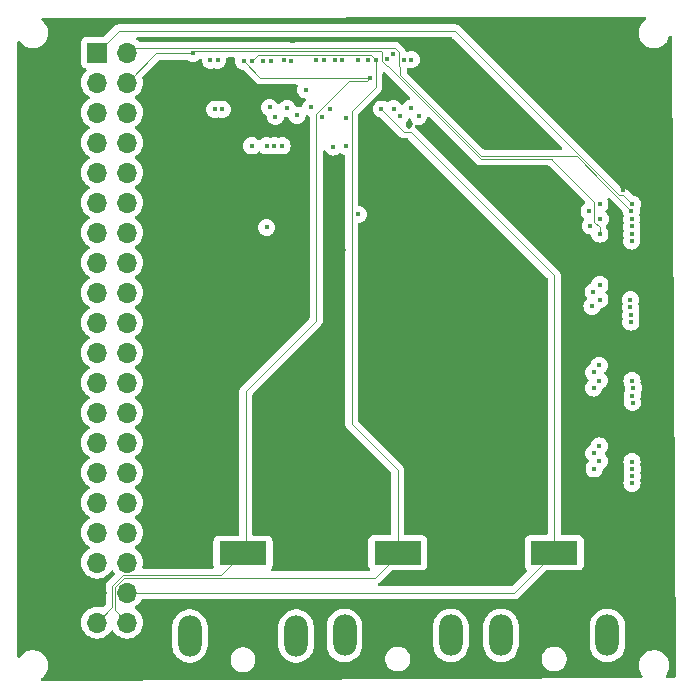
<source format=gbr>
G04 #@! TF.GenerationSoftware,KiCad,Pcbnew,9.0.5*
G04 #@! TF.CreationDate,2025-10-28T18:45:17-07:00*
G04 #@! TF.ProjectId,iris-128b-adapter,69726973-2d31-4323-9862-2d6164617074,rev?*
G04 #@! TF.SameCoordinates,Original*
G04 #@! TF.FileFunction,Copper,L2,Inr*
G04 #@! TF.FilePolarity,Positive*
%FSLAX46Y46*%
G04 Gerber Fmt 4.6, Leading zero omitted, Abs format (unit mm)*
G04 Created by KiCad (PCBNEW 9.0.5) date 2025-10-28 18:45:17*
%MOMM*%
%LPD*%
G01*
G04 APERTURE LIST*
G04 #@! TA.AperFunction,ComponentPad*
%ADD10R,4.000000X2.000000*%
G04 #@! TD*
G04 #@! TA.AperFunction,ComponentPad*
%ADD11O,3.300000X2.000000*%
G04 #@! TD*
G04 #@! TA.AperFunction,ComponentPad*
%ADD12O,2.000000X3.500000*%
G04 #@! TD*
G04 #@! TA.AperFunction,ComponentPad*
%ADD13R,1.700000X1.700000*%
G04 #@! TD*
G04 #@! TA.AperFunction,ComponentPad*
%ADD14O,1.700000X1.700000*%
G04 #@! TD*
G04 #@! TA.AperFunction,ViaPad*
%ADD15C,0.450000*%
G04 #@! TD*
G04 #@! TA.AperFunction,ViaPad*
%ADD16C,0.500000*%
G04 #@! TD*
G04 #@! TA.AperFunction,ViaPad*
%ADD17C,0.600000*%
G04 #@! TD*
G04 #@! TA.AperFunction,Conductor*
%ADD18C,0.101600*%
G04 #@! TD*
G04 APERTURE END LIST*
D10*
X152650000Y-117950000D03*
D11*
X152650000Y-123950000D03*
D12*
X148150000Y-124950000D03*
X157150000Y-124950000D03*
D10*
X139400000Y-117950000D03*
D11*
X139400000Y-123950000D03*
D12*
X134900000Y-124950000D03*
X143900000Y-124950000D03*
D13*
X113950000Y-75605000D03*
D14*
X116490000Y-75605000D03*
X113950000Y-78145000D03*
X116490000Y-78145000D03*
X113950000Y-80685000D03*
X116490000Y-80685000D03*
X113950000Y-83225000D03*
X116490000Y-83225000D03*
X113950000Y-85765000D03*
X116490000Y-85765000D03*
X113950000Y-88305000D03*
X116490000Y-88305000D03*
X113950000Y-90845000D03*
X116490000Y-90845000D03*
X113950000Y-93385000D03*
X116490000Y-93385000D03*
X113950000Y-95925000D03*
X116490000Y-95925000D03*
X113950000Y-98465000D03*
X116490000Y-98465000D03*
X113950000Y-101005000D03*
X116490000Y-101005000D03*
X113950000Y-103545000D03*
X116490000Y-103545000D03*
X113950000Y-106085000D03*
X116490000Y-106085000D03*
X113950000Y-108625000D03*
X116490000Y-108625000D03*
X113950000Y-111165000D03*
X116490000Y-111165000D03*
X113950000Y-113705000D03*
X116490000Y-113705000D03*
X113950000Y-116245000D03*
X116490000Y-116245000D03*
X113950000Y-118785000D03*
X116490000Y-118785000D03*
X113950000Y-121325000D03*
X116490000Y-121325000D03*
X113950000Y-123865000D03*
X116490000Y-123865000D03*
D10*
X126300000Y-118000000D03*
D11*
X126300000Y-124000000D03*
D12*
X121800000Y-125000000D03*
X130800000Y-125000000D03*
D15*
X159107825Y-96517500D03*
X133950000Y-83600000D03*
X135050000Y-81100000D03*
X155857825Y-97067500D03*
X133650000Y-80350000D03*
X135050000Y-83550000D03*
X155982825Y-102667500D03*
X136850000Y-76250000D03*
D16*
X121000000Y-113375000D03*
X128700000Y-92300000D03*
X120850000Y-104000000D03*
D15*
X158457825Y-87217500D03*
D17*
X134575000Y-113525000D03*
D15*
X158450000Y-94000000D03*
D17*
X146750000Y-74600000D03*
D15*
X158475000Y-100875000D03*
D16*
X134750000Y-92300000D03*
X140350000Y-81850000D03*
X120125000Y-80925000D03*
X128225000Y-103975000D03*
D15*
X158427294Y-107640917D03*
D17*
X128325000Y-113450000D03*
X130500000Y-74550000D03*
D16*
X120825000Y-92225000D03*
D17*
X142425000Y-113350000D03*
D16*
X134125000Y-103875000D03*
D17*
X155975000Y-74625000D03*
D15*
X130400000Y-76300000D03*
X159257825Y-104642500D03*
X159132825Y-98417500D03*
X132500000Y-76250000D03*
X159199961Y-91552951D03*
X138500000Y-76150000D03*
X156507825Y-95267500D03*
X134100477Y-76226017D03*
X159207825Y-89683000D03*
X139575000Y-81000000D03*
X159207825Y-90953000D03*
X139039430Y-75715817D03*
X139949997Y-76200000D03*
X156507825Y-88417500D03*
X139050000Y-80350000D03*
X159200000Y-90318000D03*
X159257825Y-88417500D03*
X159357825Y-104017500D03*
X130025000Y-80325000D03*
X122050000Y-75675000D03*
X156507825Y-90967500D03*
X156557825Y-89683000D03*
X140550000Y-80300000D03*
X128700000Y-76300000D03*
X156007825Y-109542500D03*
X128000000Y-76300000D03*
X156457825Y-108917500D03*
X132050000Y-80250000D03*
X155982825Y-103992500D03*
X156032825Y-110842500D03*
X129050000Y-81025000D03*
X128950000Y-83500000D03*
X155957825Y-95842500D03*
X134700000Y-76250000D03*
X131600000Y-78750000D03*
X156457825Y-103367500D03*
X129600000Y-83500000D03*
X159232825Y-110242500D03*
X124550000Y-80400000D03*
X159232825Y-112067500D03*
X123550000Y-76250000D03*
X136050000Y-76250000D03*
X156457825Y-102092500D03*
X156507825Y-96517500D03*
X159107825Y-97167500D03*
X132953668Y-81016259D03*
X129800000Y-76250000D03*
X159282825Y-105242500D03*
X128550000Y-80250000D03*
X156482825Y-110192500D03*
X128300000Y-90400000D03*
X128300000Y-83500000D03*
X155607825Y-89017500D03*
X140550000Y-76200000D03*
X159182825Y-89048000D03*
X136050000Y-89300000D03*
X124150003Y-76250000D03*
X159257825Y-111467500D03*
X159132825Y-97792500D03*
X133175000Y-76250000D03*
X159232825Y-103392500D03*
X130875000Y-80900000D03*
X141175000Y-81000000D03*
X155707825Y-90267500D03*
X123900000Y-80400000D03*
X159257825Y-110867500D03*
X127050000Y-83500000D03*
X138025000Y-80375000D03*
X126375000Y-76350000D03*
X137050000Y-77750000D03*
X127050000Y-76327289D03*
X137550000Y-76250000D03*
D18*
X133750000Y-80450000D02*
X133650000Y-80350000D01*
X144227694Y-73750000D02*
X115805000Y-73750000D01*
X158120994Y-87643300D02*
X156256739Y-85779045D01*
X156256739Y-85779045D02*
X144227694Y-73750000D01*
X158483625Y-87643300D02*
X158120994Y-87643300D01*
X159257825Y-88417500D02*
X158483625Y-87643300D01*
X115805000Y-73750000D02*
X113950000Y-75605000D01*
X138526827Y-76779000D02*
X138074200Y-76326373D01*
X137952400Y-75452400D02*
X122272600Y-75452400D01*
X138074200Y-76326373D02*
X138074200Y-75574200D01*
X156057825Y-88217500D02*
X152415325Y-84575000D01*
X156057825Y-89917500D02*
X156057825Y-88217500D01*
X156507825Y-90967500D02*
X156507825Y-90367500D01*
X122272600Y-75452400D02*
X122050000Y-75675000D01*
X152445162Y-84604838D02*
X146417470Y-84604838D01*
X138591632Y-76779000D02*
X138526827Y-76779000D01*
X118960000Y-75675000D02*
X116490000Y-78145000D01*
X156507825Y-90367500D02*
X156057825Y-89917500D01*
X146417470Y-84604838D02*
X138591632Y-76779000D01*
X122050000Y-75675000D02*
X118960000Y-75675000D01*
X138074200Y-75574200D02*
X137952400Y-75452400D01*
X139600000Y-76850000D02*
X139600000Y-77500000D01*
X154562126Y-84371800D02*
X156895163Y-86704837D01*
X139174986Y-75249200D02*
X139500000Y-75574214D01*
X139600000Y-77500000D02*
X146471800Y-84371800D01*
X139500000Y-75574214D02*
X139500000Y-76750000D01*
X159182825Y-89048000D02*
X159182825Y-88992500D01*
X139500000Y-76750000D02*
X139600000Y-76850000D01*
X146471800Y-84371800D02*
X154562126Y-84371800D01*
X116490000Y-75605000D02*
X116845800Y-75249200D01*
X116845800Y-75249200D02*
X139174986Y-75249200D01*
X159182825Y-88992500D02*
X156895163Y-86704837D01*
X149275000Y-121325000D02*
X152400000Y-118200000D01*
X152650000Y-94461848D02*
X151244076Y-93055924D01*
X152650000Y-117950000D02*
X152650000Y-94461848D01*
X151244076Y-93055924D02*
X140488952Y-82300800D01*
X140488952Y-82300800D02*
X139950800Y-82300800D01*
X116490000Y-121325000D02*
X149275000Y-121325000D01*
X139950800Y-82300800D02*
X138025000Y-80375000D01*
X152400000Y-118200000D02*
X151800000Y-118200000D01*
X126550000Y-117750000D02*
X126550000Y-104273449D01*
X116149032Y-119863600D02*
X124436400Y-119863600D01*
X127775000Y-77750000D02*
X137050000Y-77750000D01*
X113950000Y-123865000D02*
X115235200Y-122579800D01*
X126550000Y-104273449D02*
X132502468Y-98320981D01*
X124436400Y-119863600D02*
X126300000Y-118000000D01*
X126300000Y-118000000D02*
X126550000Y-117750000D01*
X126375000Y-76350000D02*
X127775000Y-77750000D01*
X132502468Y-98320981D02*
X132502468Y-80797532D01*
X136800000Y-78000000D02*
X137050000Y-77750000D01*
X115235200Y-122579800D02*
X115235200Y-120777432D01*
X132502468Y-80797532D02*
X135300000Y-78000000D01*
X115235200Y-120777432D02*
X116149032Y-119863600D01*
X135300000Y-78000000D02*
X136800000Y-78000000D01*
X127050000Y-76327289D02*
X127577072Y-75800217D01*
X139400000Y-118150000D02*
X139400000Y-110962472D01*
X115438400Y-120861600D02*
X116233200Y-120066800D01*
X139400000Y-110962472D02*
X135501200Y-107063672D01*
X137483200Y-120066800D02*
X139400000Y-118150000D01*
X115438400Y-122813400D02*
X115438400Y-120861600D01*
X116490000Y-123865000D02*
X115438400Y-122813400D01*
X135501200Y-80548800D02*
X137550000Y-78500000D01*
X137550000Y-78500000D02*
X137550000Y-76250000D01*
X137100217Y-75800217D02*
X137550000Y-76250000D01*
X116233200Y-120066800D02*
X137483200Y-120066800D01*
X127577072Y-75800217D02*
X137100217Y-75800217D01*
X135501200Y-107063672D02*
X135501200Y-80548800D01*
G04 #@! TA.AperFunction,Conductor*
G36*
X138287298Y-77277294D02*
G01*
X138314033Y-77292730D01*
X138321074Y-77296795D01*
X138320504Y-77297781D01*
X138351401Y-77318425D01*
X140421081Y-79388105D01*
X140454566Y-79449428D01*
X140449582Y-79519120D01*
X140407710Y-79575053D01*
X140374355Y-79592826D01*
X140337594Y-79605690D01*
X140233225Y-79642210D01*
X140094795Y-79729192D01*
X139979190Y-79844797D01*
X139889284Y-79987881D01*
X139836949Y-80034172D01*
X139767896Y-80044819D01*
X139704048Y-80016444D01*
X139679298Y-79987881D01*
X139620809Y-79894797D01*
X139505204Y-79779192D01*
X139366774Y-79692210D01*
X139212455Y-79638212D01*
X139050004Y-79619909D01*
X139049996Y-79619909D01*
X138887544Y-79638212D01*
X138733225Y-79692210D01*
X138588900Y-79782897D01*
X138588105Y-79781633D01*
X138530848Y-79805000D01*
X138462154Y-79792235D01*
X138452264Y-79786636D01*
X138341776Y-79717211D01*
X138187455Y-79663212D01*
X138025004Y-79644909D01*
X138024996Y-79644909D01*
X137862544Y-79663212D01*
X137708225Y-79717210D01*
X137569795Y-79804192D01*
X137454192Y-79919795D01*
X137367210Y-80058225D01*
X137313212Y-80212544D01*
X137294909Y-80374996D01*
X137294909Y-80375003D01*
X137313212Y-80537455D01*
X137313213Y-80537460D01*
X137313214Y-80537461D01*
X137320379Y-80557939D01*
X137367210Y-80691774D01*
X137424673Y-80783225D01*
X137454192Y-80830204D01*
X137569796Y-80945808D01*
X137708225Y-81032789D01*
X137862539Y-81086786D01*
X137862545Y-81086786D01*
X137862547Y-81086787D01*
X137926023Y-81093939D01*
X137990438Y-81121005D01*
X137999822Y-81129478D01*
X139505309Y-82634964D01*
X139505319Y-82634975D01*
X139509649Y-82639305D01*
X139509650Y-82639306D01*
X139612294Y-82741950D01*
X139612296Y-82741951D01*
X139612297Y-82741952D01*
X139738002Y-82814528D01*
X139738003Y-82814528D01*
X139738006Y-82814530D01*
X139878219Y-82852100D01*
X139878220Y-82852100D01*
X140209234Y-82852100D01*
X140276273Y-82871785D01*
X140296915Y-82888419D01*
X152062381Y-94653885D01*
X152095866Y-94715208D01*
X152098700Y-94741566D01*
X152098700Y-116325500D01*
X152079015Y-116392539D01*
X152026211Y-116438294D01*
X151974700Y-116449500D01*
X150602129Y-116449500D01*
X150602123Y-116449501D01*
X150542516Y-116455908D01*
X150407671Y-116506202D01*
X150407664Y-116506206D01*
X150292455Y-116592452D01*
X150292452Y-116592455D01*
X150206206Y-116707664D01*
X150206202Y-116707671D01*
X150155908Y-116842517D01*
X150151103Y-116887217D01*
X150149501Y-116902123D01*
X150149500Y-116902135D01*
X150149500Y-118997870D01*
X150149501Y-118997876D01*
X150155908Y-119057483D01*
X150206202Y-119192328D01*
X150206206Y-119192335D01*
X150292452Y-119307544D01*
X150292453Y-119307545D01*
X150292454Y-119307546D01*
X150295020Y-119309467D01*
X150303905Y-119316118D01*
X150345777Y-119372051D01*
X150350761Y-119441743D01*
X150317277Y-119503066D01*
X150317276Y-119503066D01*
X149082963Y-120737381D01*
X149021640Y-120770866D01*
X148995282Y-120773700D01*
X137824188Y-120773700D01*
X137757149Y-120754015D01*
X137711394Y-120701211D01*
X137701450Y-120632053D01*
X137730475Y-120568497D01*
X137762188Y-120542313D01*
X137770039Y-120537779D01*
X137821706Y-120507950D01*
X138842837Y-119486817D01*
X138904160Y-119453333D01*
X138930518Y-119450499D01*
X141447871Y-119450499D01*
X141447872Y-119450499D01*
X141507483Y-119444091D01*
X141642331Y-119393796D01*
X141757546Y-119307546D01*
X141843796Y-119192331D01*
X141894091Y-119057483D01*
X141900500Y-118997873D01*
X141900499Y-116902128D01*
X141894091Y-116842517D01*
X141843796Y-116707669D01*
X141843795Y-116707668D01*
X141843793Y-116707664D01*
X141757547Y-116592455D01*
X141757544Y-116592452D01*
X141642335Y-116506206D01*
X141642328Y-116506202D01*
X141507482Y-116455908D01*
X141507483Y-116455908D01*
X141447883Y-116449501D01*
X141447881Y-116449500D01*
X141447873Y-116449500D01*
X141447865Y-116449500D01*
X140075300Y-116449500D01*
X140008261Y-116429815D01*
X139962506Y-116377011D01*
X139951300Y-116325500D01*
X139951300Y-110889894D01*
X139951300Y-110889892D01*
X139913730Y-110749678D01*
X139887959Y-110705042D01*
X139841152Y-110623969D01*
X139841147Y-110623963D01*
X136088819Y-106871635D01*
X136055334Y-106810312D01*
X136052500Y-106783954D01*
X136052500Y-90140622D01*
X136072185Y-90073583D01*
X136124989Y-90027828D01*
X136162618Y-90017402D01*
X136212452Y-90011787D01*
X136212451Y-90011787D01*
X136212461Y-90011786D01*
X136366775Y-89957789D01*
X136505204Y-89870808D01*
X136620808Y-89755204D01*
X136707789Y-89616775D01*
X136761786Y-89462461D01*
X136764072Y-89442176D01*
X136780091Y-89300003D01*
X136780091Y-89299996D01*
X136761787Y-89137544D01*
X136761786Y-89137542D01*
X136761786Y-89137539D01*
X136707789Y-88983225D01*
X136620808Y-88844796D01*
X136505204Y-88729192D01*
X136459899Y-88700725D01*
X136366774Y-88642210D01*
X136212455Y-88588212D01*
X136162616Y-88582597D01*
X136098202Y-88555530D01*
X136058647Y-88497935D01*
X136052500Y-88459377D01*
X136052500Y-80828518D01*
X136072185Y-80761479D01*
X136088819Y-80740837D01*
X137037421Y-79792235D01*
X137991150Y-78838506D01*
X138063730Y-78712794D01*
X138101300Y-78572580D01*
X138101300Y-78427420D01*
X138101300Y-77384682D01*
X138120985Y-77317643D01*
X138173789Y-77271888D01*
X138242947Y-77261944D01*
X138287298Y-77277294D01*
G37*
G04 #@! TD.AperFunction*
G04 #@! TA.AperFunction,Conductor*
G36*
X133258971Y-83871210D02*
G01*
X133289489Y-83911123D01*
X133292210Y-83916775D01*
X133322464Y-83964923D01*
X133379192Y-84055204D01*
X133494796Y-84170808D01*
X133633225Y-84257789D01*
X133787539Y-84311786D01*
X133787542Y-84311786D01*
X133787544Y-84311787D01*
X133949996Y-84330091D01*
X133950000Y-84330091D01*
X133950004Y-84330091D01*
X134112455Y-84311787D01*
X134112456Y-84311786D01*
X134112461Y-84311786D01*
X134266775Y-84257789D01*
X134405204Y-84170808D01*
X134439147Y-84136864D01*
X134500467Y-84103380D01*
X134570159Y-84108364D01*
X134592800Y-84119553D01*
X134594793Y-84120805D01*
X134594796Y-84120808D01*
X134653651Y-84157789D01*
X134733224Y-84207789D01*
X134866854Y-84254548D01*
X134923631Y-84295270D01*
X134949378Y-84360223D01*
X134949900Y-84371590D01*
X134949900Y-106991092D01*
X134949900Y-107136252D01*
X134985776Y-107270145D01*
X134987471Y-107276468D01*
X134987471Y-107276469D01*
X135060047Y-107402174D01*
X135060052Y-107402180D01*
X138812381Y-111154509D01*
X138845866Y-111215832D01*
X138848700Y-111242190D01*
X138848700Y-116325500D01*
X138829015Y-116392539D01*
X138776211Y-116438294D01*
X138724700Y-116449500D01*
X137352129Y-116449500D01*
X137352123Y-116449501D01*
X137292516Y-116455908D01*
X137157671Y-116506202D01*
X137157664Y-116506206D01*
X137042455Y-116592452D01*
X137042452Y-116592455D01*
X136956206Y-116707664D01*
X136956202Y-116707671D01*
X136905908Y-116842517D01*
X136901103Y-116887217D01*
X136899501Y-116902123D01*
X136899500Y-116902135D01*
X136899500Y-118997870D01*
X136899501Y-118997876D01*
X136905908Y-119057483D01*
X136956202Y-119192328D01*
X136956206Y-119192335D01*
X137047768Y-119314645D01*
X137045546Y-119316308D01*
X137072212Y-119365142D01*
X137067228Y-119434834D01*
X137025356Y-119490767D01*
X136959892Y-119515184D01*
X136951046Y-119515500D01*
X128787024Y-119515500D01*
X128719985Y-119495815D01*
X128674230Y-119443011D01*
X128664286Y-119373853D01*
X128687757Y-119317189D01*
X128688559Y-119316118D01*
X128743796Y-119242331D01*
X128794091Y-119107483D01*
X128800500Y-119047873D01*
X128800499Y-116952128D01*
X128794091Y-116892517D01*
X128792114Y-116887217D01*
X128743797Y-116757671D01*
X128743793Y-116757664D01*
X128657547Y-116642455D01*
X128657544Y-116642452D01*
X128542335Y-116556206D01*
X128542328Y-116556202D01*
X128407482Y-116505908D01*
X128407483Y-116505908D01*
X128347883Y-116499501D01*
X128347881Y-116499500D01*
X128347873Y-116499500D01*
X128347865Y-116499500D01*
X127225300Y-116499500D01*
X127158261Y-116479815D01*
X127112506Y-116427011D01*
X127101300Y-116375500D01*
X127101300Y-104553167D01*
X127120985Y-104486128D01*
X127137619Y-104465486D01*
X129965810Y-101637295D01*
X132943618Y-98659487D01*
X133016198Y-98533775D01*
X133053768Y-98393561D01*
X133053768Y-98248401D01*
X133053768Y-83964923D01*
X133073453Y-83897884D01*
X133126257Y-83852129D01*
X133195415Y-83842185D01*
X133258971Y-83871210D01*
G37*
G04 #@! TD.AperFunction*
G04 #@! TA.AperFunction,Conductor*
G36*
X125619820Y-76023385D02*
G01*
X125665575Y-76076189D01*
X125675519Y-76145347D01*
X125669822Y-76168655D01*
X125663212Y-76187542D01*
X125644909Y-76349996D01*
X125644909Y-76350003D01*
X125663212Y-76512455D01*
X125717210Y-76666774D01*
X125769539Y-76750055D01*
X125804192Y-76805204D01*
X125919796Y-76920808D01*
X126058225Y-77007789D01*
X126212539Y-77061786D01*
X126212545Y-77061786D01*
X126212547Y-77061787D01*
X126276023Y-77068939D01*
X126340438Y-77096005D01*
X126349822Y-77104478D01*
X127436494Y-78191150D01*
X127562206Y-78263730D01*
X127702420Y-78301300D01*
X127847580Y-78301300D01*
X130813611Y-78301300D01*
X130880650Y-78320985D01*
X130926405Y-78373789D01*
X130936349Y-78442947D01*
X130930653Y-78466254D01*
X130888212Y-78587544D01*
X130869909Y-78749996D01*
X130869909Y-78750003D01*
X130888212Y-78912455D01*
X130942210Y-79066774D01*
X130942211Y-79066775D01*
X131029192Y-79205204D01*
X131144796Y-79320808D01*
X131283225Y-79407789D01*
X131437539Y-79461786D01*
X131437542Y-79461786D01*
X131437544Y-79461787D01*
X131518392Y-79470896D01*
X131582806Y-79497962D01*
X131622361Y-79555556D01*
X131624500Y-79625393D01*
X131592191Y-79681797D01*
X131479191Y-79794797D01*
X131392210Y-79933225D01*
X131338212Y-80087544D01*
X131333302Y-80131128D01*
X131306235Y-80195542D01*
X131248641Y-80235097D01*
X131178804Y-80237234D01*
X131169128Y-80234286D01*
X131037455Y-80188212D01*
X130875004Y-80169909D01*
X130875003Y-80169909D01*
X130875001Y-80169909D01*
X130875000Y-80169909D01*
X130851208Y-80172589D01*
X130842772Y-80173540D01*
X130773951Y-80161484D01*
X130722572Y-80114134D01*
X130711849Y-80091273D01*
X130682789Y-80008225D01*
X130627225Y-79919796D01*
X130595808Y-79869796D01*
X130480204Y-79754192D01*
X130461135Y-79742210D01*
X130341774Y-79667210D01*
X130187455Y-79613212D01*
X130025004Y-79594909D01*
X130024996Y-79594909D01*
X129862544Y-79613212D01*
X129708225Y-79667210D01*
X129569795Y-79754192D01*
X129454190Y-79869797D01*
X129416056Y-79930488D01*
X129363722Y-79976778D01*
X129294668Y-79987426D01*
X129230820Y-79959051D01*
X129206070Y-79930488D01*
X129120809Y-79794797D01*
X129005204Y-79679192D01*
X128866774Y-79592210D01*
X128712455Y-79538212D01*
X128550004Y-79519909D01*
X128549996Y-79519909D01*
X128387544Y-79538212D01*
X128233225Y-79592210D01*
X128094795Y-79679192D01*
X127979192Y-79794795D01*
X127892210Y-79933225D01*
X127838212Y-80087544D01*
X127819909Y-80249996D01*
X127819909Y-80250003D01*
X127838212Y-80412455D01*
X127892210Y-80566774D01*
X127892211Y-80566775D01*
X127979192Y-80705204D01*
X128094796Y-80820808D01*
X128233225Y-80907789D01*
X128236856Y-80909059D01*
X128238886Y-80910515D01*
X128239498Y-80910810D01*
X128239446Y-80910917D01*
X128293633Y-80949775D01*
X128319386Y-81014725D01*
X128319823Y-81024246D01*
X128338212Y-81187455D01*
X128392210Y-81341774D01*
X128405443Y-81362834D01*
X128479192Y-81480204D01*
X128594796Y-81595808D01*
X128733225Y-81682789D01*
X128887539Y-81736786D01*
X128887542Y-81736786D01*
X128887544Y-81736787D01*
X129049996Y-81755091D01*
X129050000Y-81755091D01*
X129050004Y-81755091D01*
X129212455Y-81736787D01*
X129212456Y-81736786D01*
X129212461Y-81736786D01*
X129366775Y-81682789D01*
X129505204Y-81595808D01*
X129620808Y-81480204D01*
X129707789Y-81341775D01*
X129761786Y-81187461D01*
X129762771Y-81178720D01*
X129765930Y-81150686D01*
X129792996Y-81086272D01*
X129850590Y-81046717D01*
X129903034Y-81041349D01*
X130024997Y-81055091D01*
X130025000Y-81055091D01*
X130025001Y-81055091D01*
X130046930Y-81052620D01*
X130057224Y-81051460D01*
X130126046Y-81063514D01*
X130177426Y-81110862D01*
X130188150Y-81133724D01*
X130193378Y-81148664D01*
X130217210Y-81216774D01*
X130290260Y-81333031D01*
X130304192Y-81355204D01*
X130419796Y-81470808D01*
X130558225Y-81557789D01*
X130712539Y-81611786D01*
X130712542Y-81611786D01*
X130712544Y-81611787D01*
X130874996Y-81630091D01*
X130875000Y-81630091D01*
X130875004Y-81630091D01*
X131037455Y-81611787D01*
X131037456Y-81611786D01*
X131037461Y-81611786D01*
X131191775Y-81557789D01*
X131330204Y-81470808D01*
X131445808Y-81355204D01*
X131532789Y-81216775D01*
X131586786Y-81062461D01*
X131591697Y-81018870D01*
X131618762Y-80954460D01*
X131676356Y-80914903D01*
X131746193Y-80912764D01*
X131755866Y-80915711D01*
X131868123Y-80954992D01*
X131924898Y-80995713D01*
X131950646Y-81060665D01*
X131951168Y-81072033D01*
X131951168Y-98041263D01*
X131931483Y-98108302D01*
X131914849Y-98128944D01*
X126108852Y-103934940D01*
X126108847Y-103934946D01*
X126036271Y-104060651D01*
X126036271Y-104060652D01*
X126036270Y-104060654D01*
X126036270Y-104060655D01*
X126011001Y-104154961D01*
X125998700Y-104200869D01*
X125998700Y-116375500D01*
X125979015Y-116442539D01*
X125926211Y-116488294D01*
X125874700Y-116499500D01*
X124252129Y-116499500D01*
X124252123Y-116499501D01*
X124192516Y-116505908D01*
X124057671Y-116556202D01*
X124057664Y-116556206D01*
X123942455Y-116642452D01*
X123942452Y-116642455D01*
X123856206Y-116757664D01*
X123856202Y-116757671D01*
X123805908Y-116892517D01*
X123802649Y-116922834D01*
X123799501Y-116952123D01*
X123799500Y-116952135D01*
X123799500Y-119047870D01*
X123799501Y-119047876D01*
X123805909Y-119107484D01*
X123819889Y-119144968D01*
X123824873Y-119214660D01*
X123791387Y-119275982D01*
X123730064Y-119309467D01*
X123703707Y-119312300D01*
X117908451Y-119312300D01*
X117841412Y-119292615D01*
X117795657Y-119239811D01*
X117785713Y-119170653D01*
X117788676Y-119156207D01*
X117825063Y-119020408D01*
X117845659Y-118785000D01*
X117825063Y-118549592D01*
X117763903Y-118321337D01*
X117664035Y-118107171D01*
X117658425Y-118099158D01*
X117528494Y-117913597D01*
X117361402Y-117746506D01*
X117361396Y-117746501D01*
X117175842Y-117616575D01*
X117132217Y-117561998D01*
X117125023Y-117492500D01*
X117156546Y-117430145D01*
X117175842Y-117413425D01*
X117198026Y-117397891D01*
X117361401Y-117283495D01*
X117528495Y-117116401D01*
X117664035Y-116922830D01*
X117763903Y-116708663D01*
X117825063Y-116480408D01*
X117845659Y-116245000D01*
X117825063Y-116009592D01*
X117763903Y-115781337D01*
X117664035Y-115567171D01*
X117658425Y-115559158D01*
X117528494Y-115373597D01*
X117361402Y-115206506D01*
X117361396Y-115206501D01*
X117175842Y-115076575D01*
X117132217Y-115021998D01*
X117125023Y-114952500D01*
X117156546Y-114890145D01*
X117175842Y-114873425D01*
X117198026Y-114857891D01*
X117361401Y-114743495D01*
X117528495Y-114576401D01*
X117664035Y-114382830D01*
X117763903Y-114168663D01*
X117825063Y-113940408D01*
X117845659Y-113705000D01*
X117825063Y-113469592D01*
X117763903Y-113241337D01*
X117664035Y-113027171D01*
X117658425Y-113019158D01*
X117528494Y-112833597D01*
X117361402Y-112666506D01*
X117361396Y-112666501D01*
X117175842Y-112536575D01*
X117132217Y-112481998D01*
X117125023Y-112412500D01*
X117156546Y-112350145D01*
X117175842Y-112333425D01*
X117198026Y-112317891D01*
X117361401Y-112203495D01*
X117528495Y-112036401D01*
X117664035Y-111842830D01*
X117763903Y-111628663D01*
X117825063Y-111400408D01*
X117845659Y-111165000D01*
X117825063Y-110929592D01*
X117763903Y-110701337D01*
X117664035Y-110487171D01*
X117658425Y-110479158D01*
X117528494Y-110293597D01*
X117361402Y-110126506D01*
X117361396Y-110126501D01*
X117175842Y-109996575D01*
X117132217Y-109941998D01*
X117125023Y-109872500D01*
X117156546Y-109810145D01*
X117175842Y-109793425D01*
X117349694Y-109671692D01*
X117361401Y-109663495D01*
X117528495Y-109496401D01*
X117664035Y-109302830D01*
X117763903Y-109088663D01*
X117825063Y-108860408D01*
X117845659Y-108625000D01*
X117825063Y-108389592D01*
X117763903Y-108161337D01*
X117664035Y-107947171D01*
X117658425Y-107939158D01*
X117528494Y-107753597D01*
X117361402Y-107586506D01*
X117361396Y-107586501D01*
X117175842Y-107456575D01*
X117132217Y-107401998D01*
X117125023Y-107332500D01*
X117156546Y-107270145D01*
X117175842Y-107253425D01*
X117198026Y-107237891D01*
X117361401Y-107123495D01*
X117528495Y-106956401D01*
X117664035Y-106762830D01*
X117763903Y-106548663D01*
X117825063Y-106320408D01*
X117845659Y-106085000D01*
X117825063Y-105849592D01*
X117763903Y-105621337D01*
X117664035Y-105407171D01*
X117662484Y-105404955D01*
X117528494Y-105213597D01*
X117361402Y-105046506D01*
X117361396Y-105046501D01*
X117175842Y-104916575D01*
X117132217Y-104861998D01*
X117125023Y-104792500D01*
X117156546Y-104730145D01*
X117175842Y-104713425D01*
X117277139Y-104642496D01*
X117361401Y-104583495D01*
X117528495Y-104416401D01*
X117664035Y-104222830D01*
X117763903Y-104008663D01*
X117825063Y-103780408D01*
X117845659Y-103545000D01*
X117825063Y-103309592D01*
X117763903Y-103081337D01*
X117664035Y-102867171D01*
X117658425Y-102859158D01*
X117528494Y-102673597D01*
X117361402Y-102506506D01*
X117361396Y-102506501D01*
X117175842Y-102376575D01*
X117132217Y-102321998D01*
X117125023Y-102252500D01*
X117156546Y-102190145D01*
X117175842Y-102173425D01*
X117198026Y-102157891D01*
X117361401Y-102043495D01*
X117528495Y-101876401D01*
X117664035Y-101682830D01*
X117763903Y-101468663D01*
X117825063Y-101240408D01*
X117845659Y-101005000D01*
X117825063Y-100769592D01*
X117763903Y-100541337D01*
X117664035Y-100327171D01*
X117658425Y-100319158D01*
X117528494Y-100133597D01*
X117361402Y-99966506D01*
X117361396Y-99966501D01*
X117175842Y-99836575D01*
X117132217Y-99781998D01*
X117125023Y-99712500D01*
X117156546Y-99650145D01*
X117175842Y-99633425D01*
X117198026Y-99617891D01*
X117361401Y-99503495D01*
X117528495Y-99336401D01*
X117664035Y-99142830D01*
X117763903Y-98928663D01*
X117825063Y-98700408D01*
X117845659Y-98465000D01*
X117825063Y-98229592D01*
X117763903Y-98001337D01*
X117664035Y-97787171D01*
X117658425Y-97779158D01*
X117528494Y-97593597D01*
X117361402Y-97426506D01*
X117361396Y-97426501D01*
X117175842Y-97296575D01*
X117132217Y-97241998D01*
X117125023Y-97172500D01*
X117156546Y-97110145D01*
X117175842Y-97093425D01*
X117302060Y-97005046D01*
X117361401Y-96963495D01*
X117528495Y-96796401D01*
X117664035Y-96602830D01*
X117763903Y-96388663D01*
X117825063Y-96160408D01*
X117845659Y-95925000D01*
X117825063Y-95689592D01*
X117763903Y-95461337D01*
X117664035Y-95247171D01*
X117658425Y-95239158D01*
X117528494Y-95053597D01*
X117361402Y-94886506D01*
X117361396Y-94886501D01*
X117175842Y-94756575D01*
X117132217Y-94701998D01*
X117125023Y-94632500D01*
X117156546Y-94570145D01*
X117175842Y-94553425D01*
X117198715Y-94537409D01*
X117361401Y-94423495D01*
X117528495Y-94256401D01*
X117664035Y-94062830D01*
X117763903Y-93848663D01*
X117825063Y-93620408D01*
X117845659Y-93385000D01*
X117825063Y-93149592D01*
X117763903Y-92921337D01*
X117664035Y-92707171D01*
X117658425Y-92699158D01*
X117528494Y-92513597D01*
X117361402Y-92346506D01*
X117361396Y-92346501D01*
X117175842Y-92216575D01*
X117132217Y-92161998D01*
X117125023Y-92092500D01*
X117156546Y-92030145D01*
X117175842Y-92013425D01*
X117198026Y-91997891D01*
X117361401Y-91883495D01*
X117528495Y-91716401D01*
X117664035Y-91522830D01*
X117763903Y-91308663D01*
X117825063Y-91080408D01*
X117845659Y-90845000D01*
X117845073Y-90838307D01*
X117834959Y-90722704D01*
X117825063Y-90609592D01*
X117776930Y-90429955D01*
X117768905Y-90400003D01*
X127569909Y-90400003D01*
X127588212Y-90562455D01*
X127642210Y-90716774D01*
X127722780Y-90844999D01*
X127729192Y-90855204D01*
X127844796Y-90970808D01*
X127983225Y-91057789D01*
X128137539Y-91111786D01*
X128137542Y-91111786D01*
X128137544Y-91111787D01*
X128299996Y-91130091D01*
X128300000Y-91130091D01*
X128300004Y-91130091D01*
X128462455Y-91111787D01*
X128462456Y-91111786D01*
X128462461Y-91111786D01*
X128616775Y-91057789D01*
X128755204Y-90970808D01*
X128870808Y-90855204D01*
X128957789Y-90716775D01*
X129011786Y-90562461D01*
X129011787Y-90562455D01*
X129030091Y-90400003D01*
X129030091Y-90399996D01*
X129011787Y-90237544D01*
X129011786Y-90237542D01*
X129011786Y-90237539D01*
X128957789Y-90083225D01*
X128870808Y-89944796D01*
X128755204Y-89829192D01*
X128674793Y-89778666D01*
X128616774Y-89742210D01*
X128462455Y-89688212D01*
X128300004Y-89669909D01*
X128299996Y-89669909D01*
X128137544Y-89688212D01*
X127983225Y-89742210D01*
X127844795Y-89829192D01*
X127729192Y-89944795D01*
X127642210Y-90083225D01*
X127588212Y-90237544D01*
X127569909Y-90399996D01*
X127569909Y-90400003D01*
X117768905Y-90400003D01*
X117763905Y-90381344D01*
X117763904Y-90381343D01*
X117763903Y-90381337D01*
X117664035Y-90167171D01*
X117658425Y-90159158D01*
X117528494Y-89973597D01*
X117361402Y-89806506D01*
X117361396Y-89806501D01*
X117175842Y-89676575D01*
X117132217Y-89621998D01*
X117125023Y-89552500D01*
X117156546Y-89490145D01*
X117175842Y-89473425D01*
X117237793Y-89430046D01*
X117361401Y-89343495D01*
X117528495Y-89176401D01*
X117664035Y-88982830D01*
X117763903Y-88768663D01*
X117825063Y-88540408D01*
X117845659Y-88305000D01*
X117825063Y-88069592D01*
X117763903Y-87841337D01*
X117664035Y-87627171D01*
X117658425Y-87619158D01*
X117528494Y-87433597D01*
X117361402Y-87266506D01*
X117361396Y-87266501D01*
X117175842Y-87136575D01*
X117132217Y-87081998D01*
X117125023Y-87012500D01*
X117156546Y-86950145D01*
X117175842Y-86933425D01*
X117198026Y-86917891D01*
X117361401Y-86803495D01*
X117528495Y-86636401D01*
X117664035Y-86442830D01*
X117763903Y-86228663D01*
X117825063Y-86000408D01*
X117845659Y-85765000D01*
X117825063Y-85529592D01*
X117763903Y-85301337D01*
X117664035Y-85087171D01*
X117658425Y-85079158D01*
X117528494Y-84893597D01*
X117361402Y-84726506D01*
X117361396Y-84726501D01*
X117175842Y-84596575D01*
X117132217Y-84541998D01*
X117125023Y-84472500D01*
X117156546Y-84410145D01*
X117175842Y-84393425D01*
X117292434Y-84311786D01*
X117361401Y-84263495D01*
X117528495Y-84096401D01*
X117664035Y-83902830D01*
X117763903Y-83688663D01*
X117814454Y-83500003D01*
X126319909Y-83500003D01*
X126338212Y-83662455D01*
X126392210Y-83816774D01*
X126451317Y-83910842D01*
X126479192Y-83955204D01*
X126594796Y-84070808D01*
X126733225Y-84157789D01*
X126887539Y-84211786D01*
X126887542Y-84211786D01*
X126887544Y-84211787D01*
X127049996Y-84230091D01*
X127050000Y-84230091D01*
X127050004Y-84230091D01*
X127212455Y-84211787D01*
X127212456Y-84211786D01*
X127212461Y-84211786D01*
X127366775Y-84157789D01*
X127505204Y-84070808D01*
X127587319Y-83988693D01*
X127648642Y-83955208D01*
X127718334Y-83960192D01*
X127762681Y-83988693D01*
X127844796Y-84070808D01*
X127983225Y-84157789D01*
X128137539Y-84211786D01*
X128137542Y-84211786D01*
X128137544Y-84211787D01*
X128299996Y-84230091D01*
X128300000Y-84230091D01*
X128300004Y-84230091D01*
X128462453Y-84211787D01*
X128462453Y-84211786D01*
X128462461Y-84211786D01*
X128584047Y-84169240D01*
X128653824Y-84165680D01*
X128665941Y-84169237D01*
X128787539Y-84211786D01*
X128787545Y-84211786D01*
X128787546Y-84211787D01*
X128949996Y-84230091D01*
X128950000Y-84230091D01*
X128950004Y-84230091D01*
X129112453Y-84211787D01*
X129112453Y-84211786D01*
X129112461Y-84211786D01*
X129234047Y-84169240D01*
X129303824Y-84165680D01*
X129315941Y-84169237D01*
X129437539Y-84211786D01*
X129437545Y-84211786D01*
X129437546Y-84211787D01*
X129599996Y-84230091D01*
X129600000Y-84230091D01*
X129600004Y-84230091D01*
X129762455Y-84211787D01*
X129762456Y-84211786D01*
X129762461Y-84211786D01*
X129916775Y-84157789D01*
X130055204Y-84070808D01*
X130170808Y-83955204D01*
X130257789Y-83816775D01*
X130311786Y-83662461D01*
X130330091Y-83500000D01*
X130325629Y-83460403D01*
X130311787Y-83337544D01*
X130311786Y-83337542D01*
X130311786Y-83337539D01*
X130257789Y-83183225D01*
X130170808Y-83044796D01*
X130055204Y-82929192D01*
X129916774Y-82842210D01*
X129762455Y-82788212D01*
X129600004Y-82769909D01*
X129599996Y-82769909D01*
X129437544Y-82788212D01*
X129315954Y-82830758D01*
X129246175Y-82834319D01*
X129234046Y-82830758D01*
X129112455Y-82788212D01*
X128950004Y-82769909D01*
X128949996Y-82769909D01*
X128787544Y-82788212D01*
X128665954Y-82830758D01*
X128596175Y-82834319D01*
X128584046Y-82830758D01*
X128462455Y-82788212D01*
X128300004Y-82769909D01*
X128299996Y-82769909D01*
X128137544Y-82788212D01*
X127983225Y-82842210D01*
X127844795Y-82929192D01*
X127762681Y-83011307D01*
X127701358Y-83044792D01*
X127631666Y-83039808D01*
X127587319Y-83011307D01*
X127505204Y-82929192D01*
X127366774Y-82842210D01*
X127212455Y-82788212D01*
X127050004Y-82769909D01*
X127049996Y-82769909D01*
X126887544Y-82788212D01*
X126733225Y-82842210D01*
X126594795Y-82929192D01*
X126479192Y-83044795D01*
X126392210Y-83183225D01*
X126338212Y-83337544D01*
X126319909Y-83499996D01*
X126319909Y-83500003D01*
X117814454Y-83500003D01*
X117825063Y-83460408D01*
X117845659Y-83225000D01*
X117825063Y-82989592D01*
X117763903Y-82761337D01*
X117664035Y-82547171D01*
X117658425Y-82539158D01*
X117528494Y-82353597D01*
X117361402Y-82186506D01*
X117361396Y-82186501D01*
X117175842Y-82056575D01*
X117132217Y-82001998D01*
X117125023Y-81932500D01*
X117156546Y-81870145D01*
X117175842Y-81853425D01*
X117225274Y-81818812D01*
X117361401Y-81723495D01*
X117528495Y-81556401D01*
X117664035Y-81362830D01*
X117763903Y-81148663D01*
X117825063Y-80920408D01*
X117845659Y-80685000D01*
X117844064Y-80666775D01*
X117832750Y-80537455D01*
X117825063Y-80449592D01*
X117811776Y-80400003D01*
X123169909Y-80400003D01*
X123188212Y-80562455D01*
X123242210Y-80716774D01*
X123242211Y-80716775D01*
X123329192Y-80855204D01*
X123444796Y-80970808D01*
X123583225Y-81057789D01*
X123737539Y-81111786D01*
X123737542Y-81111786D01*
X123737544Y-81111787D01*
X123899996Y-81130091D01*
X123900000Y-81130091D01*
X123900004Y-81130091D01*
X124062453Y-81111787D01*
X124062453Y-81111786D01*
X124062461Y-81111786D01*
X124184047Y-81069240D01*
X124253824Y-81065680D01*
X124265941Y-81069237D01*
X124387539Y-81111786D01*
X124387545Y-81111786D01*
X124387546Y-81111787D01*
X124549996Y-81130091D01*
X124550000Y-81130091D01*
X124550004Y-81130091D01*
X124712455Y-81111787D01*
X124712456Y-81111786D01*
X124712461Y-81111786D01*
X124866775Y-81057789D01*
X125005204Y-80970808D01*
X125120808Y-80855204D01*
X125207789Y-80716775D01*
X125261786Y-80562461D01*
X125274503Y-80449596D01*
X125280091Y-80400003D01*
X125280091Y-80399996D01*
X125261787Y-80237544D01*
X125261786Y-80237542D01*
X125261786Y-80237539D01*
X125207789Y-80083225D01*
X125120808Y-79944796D01*
X125005204Y-79829192D01*
X124947556Y-79792969D01*
X124866774Y-79742210D01*
X124712455Y-79688212D01*
X124550004Y-79669909D01*
X124549996Y-79669909D01*
X124387544Y-79688212D01*
X124265954Y-79730758D01*
X124196175Y-79734319D01*
X124184046Y-79730758D01*
X124062455Y-79688212D01*
X123900004Y-79669909D01*
X123899996Y-79669909D01*
X123737544Y-79688212D01*
X123583225Y-79742210D01*
X123444795Y-79829192D01*
X123329192Y-79944795D01*
X123242210Y-80083225D01*
X123188212Y-80237544D01*
X123169909Y-80399996D01*
X123169909Y-80400003D01*
X117811776Y-80400003D01*
X117763903Y-80221337D01*
X117664035Y-80007171D01*
X117658425Y-79999158D01*
X117528494Y-79813597D01*
X117361402Y-79646506D01*
X117361396Y-79646501D01*
X117175842Y-79516575D01*
X117132217Y-79461998D01*
X117125023Y-79392500D01*
X117156546Y-79330145D01*
X117175842Y-79313425D01*
X117330397Y-79205204D01*
X117361401Y-79183495D01*
X117528495Y-79016401D01*
X117664035Y-78822830D01*
X117763903Y-78608663D01*
X117825063Y-78380408D01*
X117845659Y-78145000D01*
X117825063Y-77909592D01*
X117775968Y-77726364D01*
X117777631Y-77656516D01*
X117808060Y-77606594D01*
X119152037Y-76262619D01*
X119213360Y-76229134D01*
X119239718Y-76226300D01*
X121528025Y-76226300D01*
X121593997Y-76245306D01*
X121601469Y-76250001D01*
X121733225Y-76332789D01*
X121887539Y-76386786D01*
X121887542Y-76386786D01*
X121887544Y-76386787D01*
X122049996Y-76405091D01*
X122050000Y-76405091D01*
X122050004Y-76405091D01*
X122212455Y-76386787D01*
X122212456Y-76386786D01*
X122212461Y-76386786D01*
X122366775Y-76332789D01*
X122505204Y-76245808D01*
X122609827Y-76141184D01*
X122671146Y-76107702D01*
X122740838Y-76112686D01*
X122796772Y-76154557D01*
X122821189Y-76220021D01*
X122820726Y-76242748D01*
X122819910Y-76249996D01*
X122819909Y-76250001D01*
X122819909Y-76250003D01*
X122838212Y-76412455D01*
X122892210Y-76566774D01*
X122955045Y-76666774D01*
X122979192Y-76705204D01*
X123094796Y-76820808D01*
X123233225Y-76907789D01*
X123387539Y-76961786D01*
X123387542Y-76961786D01*
X123387544Y-76961787D01*
X123549996Y-76980091D01*
X123550000Y-76980091D01*
X123550004Y-76980091D01*
X123712455Y-76961787D01*
X123712456Y-76961786D01*
X123712461Y-76961786D01*
X123809049Y-76927987D01*
X123878824Y-76924425D01*
X123890935Y-76927981D01*
X123987542Y-76961786D01*
X123987546Y-76961786D01*
X123987548Y-76961787D01*
X123987545Y-76961787D01*
X124149999Y-76980091D01*
X124150003Y-76980091D01*
X124150007Y-76980091D01*
X124312458Y-76961787D01*
X124312459Y-76961786D01*
X124312464Y-76961786D01*
X124466778Y-76907789D01*
X124605207Y-76820808D01*
X124720811Y-76705204D01*
X124807792Y-76566775D01*
X124861789Y-76412461D01*
X124861790Y-76412455D01*
X124880094Y-76250003D01*
X124880094Y-76249996D01*
X124867879Y-76141583D01*
X124879934Y-76072761D01*
X124927283Y-76021382D01*
X124991099Y-76003700D01*
X125552781Y-76003700D01*
X125619820Y-76023385D01*
G37*
G04 #@! TD.AperFunction*
G04 #@! TA.AperFunction,Conductor*
G36*
X144015015Y-74320985D02*
G01*
X144035657Y-74337619D01*
X153306857Y-83608819D01*
X153340342Y-83670142D01*
X153335358Y-83739834D01*
X153293486Y-83795767D01*
X153228022Y-83820184D01*
X153219176Y-83820500D01*
X146751518Y-83820500D01*
X146684479Y-83800815D01*
X146663837Y-83784181D01*
X140187619Y-77307963D01*
X140154134Y-77246640D01*
X140151300Y-77220282D01*
X140151300Y-77003883D01*
X140170985Y-76936844D01*
X140223789Y-76891089D01*
X140292947Y-76881145D01*
X140316250Y-76886840D01*
X140387539Y-76911786D01*
X140387542Y-76911787D01*
X140549996Y-76930091D01*
X140550000Y-76930091D01*
X140550004Y-76930091D01*
X140712455Y-76911787D01*
X140712456Y-76911786D01*
X140712461Y-76911786D01*
X140866775Y-76857789D01*
X141005204Y-76770808D01*
X141120808Y-76655204D01*
X141207789Y-76516775D01*
X141261786Y-76362461D01*
X141261787Y-76362455D01*
X141280091Y-76200003D01*
X141280091Y-76199996D01*
X141261787Y-76037544D01*
X141261786Y-76037542D01*
X141261786Y-76037539D01*
X141207789Y-75883225D01*
X141120808Y-75744796D01*
X141005204Y-75629192D01*
X140866774Y-75542210D01*
X140712455Y-75488212D01*
X140550004Y-75469909D01*
X140549996Y-75469909D01*
X140387540Y-75488213D01*
X140387539Y-75488213D01*
X140290950Y-75522010D01*
X140221171Y-75525571D01*
X140209044Y-75522010D01*
X140135938Y-75496429D01*
X140112458Y-75488214D01*
X140112457Y-75488213D01*
X140105887Y-75485915D01*
X140106664Y-75483691D01*
X140055351Y-75454990D01*
X140024147Y-75400299D01*
X140013730Y-75361421D01*
X140013728Y-75361417D01*
X139941150Y-75235708D01*
X139838506Y-75133064D01*
X139513492Y-74808050D01*
X139513490Y-74808049D01*
X139513488Y-74808047D01*
X139387782Y-74735471D01*
X139387781Y-74735470D01*
X139387780Y-74735470D01*
X139247566Y-74697900D01*
X139247565Y-74697900D01*
X117544158Y-74697900D01*
X117477119Y-74678215D01*
X117456477Y-74661581D01*
X117361402Y-74566506D01*
X117361396Y-74566501D01*
X117304804Y-74526875D01*
X117261179Y-74472298D01*
X117253985Y-74402800D01*
X117285508Y-74340445D01*
X117345738Y-74305031D01*
X117375927Y-74301300D01*
X143947976Y-74301300D01*
X144015015Y-74320985D01*
G37*
G04 #@! TD.AperFunction*
G04 #@! TA.AperFunction,Conductor*
G36*
X140432194Y-81175778D02*
G01*
X140482597Y-81224165D01*
X140492042Y-81244846D01*
X140517210Y-81316774D01*
X140604192Y-81455204D01*
X140694592Y-81545604D01*
X140728077Y-81606927D01*
X140723093Y-81676619D01*
X140681221Y-81732552D01*
X140615757Y-81756969D01*
X140574819Y-81753060D01*
X140561533Y-81749500D01*
X140561532Y-81749500D01*
X140230517Y-81749500D01*
X140163478Y-81729815D01*
X140142836Y-81713181D01*
X140103014Y-81673359D01*
X140069529Y-81612036D01*
X140074513Y-81542344D01*
X140103013Y-81497998D01*
X140145808Y-81455204D01*
X140232789Y-81316775D01*
X140257958Y-81244845D01*
X140298680Y-81188070D01*
X140363632Y-81162322D01*
X140432194Y-81175778D01*
G37*
G04 #@! TD.AperFunction*
G04 #@! TA.AperFunction,Conductor*
G36*
X160393651Y-72621675D02*
G01*
X160439454Y-72674438D01*
X160449460Y-72743587D01*
X160420492Y-72807169D01*
X160399591Y-72826369D01*
X160252787Y-72933028D01*
X160252782Y-72933032D01*
X160108028Y-73077786D01*
X159987715Y-73243386D01*
X159894781Y-73425776D01*
X159831522Y-73620465D01*
X159799500Y-73822648D01*
X159799500Y-74027351D01*
X159831522Y-74229534D01*
X159894781Y-74424223D01*
X159947086Y-74526875D01*
X159987338Y-74605875D01*
X159987715Y-74606613D01*
X160108028Y-74772213D01*
X160252786Y-74916971D01*
X160407749Y-75029556D01*
X160418390Y-75037287D01*
X160534607Y-75096503D01*
X160600776Y-75130218D01*
X160600778Y-75130218D01*
X160600781Y-75130220D01*
X160705137Y-75164127D01*
X160795465Y-75193477D01*
X160896557Y-75209488D01*
X160997648Y-75225500D01*
X160997649Y-75225500D01*
X161202351Y-75225500D01*
X161202352Y-75225500D01*
X161404534Y-75193477D01*
X161599219Y-75130220D01*
X161781610Y-75037287D01*
X161874590Y-74969732D01*
X161947213Y-74916971D01*
X161947215Y-74916968D01*
X161947219Y-74916966D01*
X162091966Y-74772219D01*
X162091968Y-74772215D01*
X162091971Y-74772213D01*
X162160263Y-74678215D01*
X162212287Y-74606610D01*
X162305220Y-74424219D01*
X162367772Y-74231703D01*
X162407208Y-74174030D01*
X162471567Y-74146831D01*
X162540413Y-74158746D01*
X162591889Y-74205990D01*
X162609700Y-74269302D01*
X162924244Y-128395089D01*
X162911463Y-128450644D01*
X162908595Y-128456461D01*
X162861294Y-128507885D01*
X162797990Y-128525625D01*
X162204192Y-128528554D01*
X162137056Y-128509201D01*
X162091041Y-128456623D01*
X162080757Y-128387515D01*
X162103262Y-128331671D01*
X162212287Y-128181610D01*
X162305220Y-127999219D01*
X162368477Y-127804534D01*
X162400500Y-127602352D01*
X162400500Y-127397648D01*
X162368477Y-127195466D01*
X162305220Y-127000781D01*
X162305218Y-127000778D01*
X162305218Y-127000776D01*
X162252101Y-126896530D01*
X162212287Y-126818390D01*
X162199759Y-126801146D01*
X162091971Y-126652786D01*
X161947213Y-126508028D01*
X161781613Y-126387715D01*
X161781612Y-126387714D01*
X161781610Y-126387713D01*
X161724653Y-126358691D01*
X161599223Y-126294781D01*
X161404534Y-126231522D01*
X161229995Y-126203878D01*
X161202352Y-126199500D01*
X160997648Y-126199500D01*
X160973329Y-126203351D01*
X160795465Y-126231522D01*
X160600776Y-126294781D01*
X160418386Y-126387715D01*
X160252786Y-126508028D01*
X160108028Y-126652786D01*
X159987715Y-126818386D01*
X159894781Y-127000776D01*
X159831522Y-127195465D01*
X159799500Y-127397648D01*
X159799500Y-127602351D01*
X159831522Y-127804534D01*
X159894781Y-127999223D01*
X159958691Y-128124653D01*
X159985423Y-128177116D01*
X159987715Y-128181613D01*
X160104619Y-128342520D01*
X160128099Y-128408327D01*
X160112273Y-128476380D01*
X160062167Y-128525075D01*
X160004913Y-128539403D01*
X109320053Y-128789418D01*
X109252917Y-128770065D01*
X109206902Y-128717487D01*
X109196618Y-128648379D01*
X109225329Y-128584681D01*
X109246556Y-128565101D01*
X109347219Y-128491966D01*
X109491966Y-128347219D01*
X109491968Y-128347215D01*
X109491971Y-128347213D01*
X109573563Y-128234909D01*
X109612287Y-128181610D01*
X109705220Y-127999219D01*
X109768477Y-127804534D01*
X109800500Y-127602352D01*
X109800500Y-127397648D01*
X109768477Y-127195466D01*
X109705220Y-127000781D01*
X109705218Y-127000778D01*
X109705218Y-127000776D01*
X109652101Y-126896530D01*
X109612287Y-126818390D01*
X109599759Y-126801146D01*
X109491971Y-126652786D01*
X109347213Y-126508028D01*
X109181613Y-126387715D01*
X109181612Y-126387714D01*
X109181610Y-126387713D01*
X109124653Y-126358691D01*
X108999223Y-126294781D01*
X108804534Y-126231522D01*
X108629995Y-126203878D01*
X108602352Y-126199500D01*
X108397648Y-126199500D01*
X108373329Y-126203351D01*
X108195465Y-126231522D01*
X108000776Y-126294781D01*
X107818386Y-126387715D01*
X107652786Y-126508028D01*
X107508032Y-126652782D01*
X107508028Y-126652787D01*
X107400240Y-126801146D01*
X107344910Y-126843812D01*
X107275297Y-126849791D01*
X107213502Y-126817186D01*
X107179145Y-126756347D01*
X107175922Y-126728206D01*
X107176305Y-125868097D01*
X120299500Y-125868097D01*
X120336446Y-126101368D01*
X120409433Y-126325996D01*
X120499317Y-126502402D01*
X120516657Y-126536433D01*
X120655483Y-126727510D01*
X120822490Y-126894517D01*
X121013567Y-127033343D01*
X121053059Y-127053465D01*
X121224003Y-127140566D01*
X121224005Y-127140566D01*
X121224008Y-127140568D01*
X121344412Y-127179689D01*
X121448631Y-127213553D01*
X121681903Y-127250500D01*
X121681908Y-127250500D01*
X121918097Y-127250500D01*
X122151368Y-127213553D01*
X122375992Y-127140568D01*
X122448803Y-127103469D01*
X125249500Y-127103469D01*
X125289868Y-127306412D01*
X125289870Y-127306420D01*
X125369058Y-127497596D01*
X125484024Y-127669657D01*
X125630342Y-127815975D01*
X125630345Y-127815977D01*
X125802402Y-127930941D01*
X125993580Y-128010130D01*
X126196530Y-128050499D01*
X126196534Y-128050500D01*
X126196535Y-128050500D01*
X126403466Y-128050500D01*
X126403467Y-128050499D01*
X126606420Y-128010130D01*
X126797598Y-127930941D01*
X126969655Y-127815977D01*
X127115977Y-127669655D01*
X127230941Y-127497598D01*
X127310130Y-127306420D01*
X127350500Y-127103465D01*
X127350500Y-126896535D01*
X127310130Y-126693580D01*
X127230941Y-126502402D01*
X127115977Y-126330345D01*
X127115975Y-126330342D01*
X126969657Y-126184024D01*
X126845952Y-126101368D01*
X126797598Y-126069059D01*
X126754888Y-126051368D01*
X126606420Y-125989870D01*
X126606412Y-125989868D01*
X126403469Y-125949500D01*
X126403465Y-125949500D01*
X126196535Y-125949500D01*
X126196530Y-125949500D01*
X125993587Y-125989868D01*
X125993579Y-125989870D01*
X125802403Y-126069058D01*
X125630342Y-126184024D01*
X125484024Y-126330342D01*
X125369058Y-126502403D01*
X125289870Y-126693579D01*
X125289868Y-126693587D01*
X125249500Y-126896530D01*
X125249500Y-127103469D01*
X122448803Y-127103469D01*
X122586433Y-127033343D01*
X122777510Y-126894517D01*
X122944517Y-126727510D01*
X123083343Y-126536433D01*
X123190568Y-126325992D01*
X123263553Y-126101368D01*
X123271472Y-126051368D01*
X123300500Y-125868097D01*
X129299500Y-125868097D01*
X129336446Y-126101368D01*
X129409433Y-126325996D01*
X129499317Y-126502402D01*
X129516657Y-126536433D01*
X129655483Y-126727510D01*
X129822490Y-126894517D01*
X130013567Y-127033343D01*
X130053059Y-127053465D01*
X130224003Y-127140566D01*
X130224005Y-127140566D01*
X130224008Y-127140568D01*
X130344412Y-127179689D01*
X130448631Y-127213553D01*
X130681903Y-127250500D01*
X130681908Y-127250500D01*
X130918097Y-127250500D01*
X131151368Y-127213553D01*
X131375992Y-127140568D01*
X131586433Y-127033343D01*
X131777510Y-126894517D01*
X131944517Y-126727510D01*
X132083343Y-126536433D01*
X132190568Y-126325992D01*
X132263553Y-126101368D01*
X132271472Y-126051368D01*
X132300500Y-125868097D01*
X132300500Y-125818097D01*
X133399500Y-125818097D01*
X133436446Y-126051368D01*
X133509433Y-126275996D01*
X133599317Y-126452402D01*
X133616657Y-126486433D01*
X133755483Y-126677510D01*
X133922490Y-126844517D01*
X134113567Y-126983343D01*
X134211696Y-127033342D01*
X134324003Y-127090566D01*
X134324005Y-127090566D01*
X134324008Y-127090568D01*
X134444412Y-127129689D01*
X134548631Y-127163553D01*
X134781903Y-127200500D01*
X134781908Y-127200500D01*
X135018097Y-127200500D01*
X135251368Y-127163553D01*
X135322114Y-127140566D01*
X135475992Y-127090568D01*
X135548803Y-127053469D01*
X138349500Y-127053469D01*
X138388692Y-127250500D01*
X138389870Y-127256420D01*
X138469059Y-127447598D01*
X138502468Y-127497598D01*
X138584024Y-127619657D01*
X138730342Y-127765975D01*
X138730345Y-127765977D01*
X138902402Y-127880941D01*
X139093580Y-127960130D01*
X139290095Y-127999219D01*
X139296530Y-128000499D01*
X139296534Y-128000500D01*
X139296535Y-128000500D01*
X139503466Y-128000500D01*
X139503467Y-128000499D01*
X139706420Y-127960130D01*
X139897598Y-127880941D01*
X140069655Y-127765977D01*
X140215977Y-127619655D01*
X140330941Y-127447598D01*
X140410130Y-127256420D01*
X140450500Y-127053465D01*
X140450500Y-126846535D01*
X140410130Y-126643580D01*
X140330941Y-126452402D01*
X140215977Y-126280345D01*
X140215975Y-126280342D01*
X140069657Y-126134024D01*
X139945952Y-126051368D01*
X139897598Y-126019059D01*
X139706420Y-125939870D01*
X139706412Y-125939868D01*
X139503469Y-125899500D01*
X139503465Y-125899500D01*
X139296535Y-125899500D01*
X139296530Y-125899500D01*
X139093587Y-125939868D01*
X139093579Y-125939870D01*
X138902403Y-126019058D01*
X138730342Y-126134024D01*
X138584024Y-126280342D01*
X138469058Y-126452403D01*
X138389870Y-126643579D01*
X138389868Y-126643587D01*
X138349500Y-126846530D01*
X138349500Y-127053469D01*
X135548803Y-127053469D01*
X135686433Y-126983343D01*
X135877510Y-126844517D01*
X136044517Y-126677510D01*
X136183343Y-126486433D01*
X136290568Y-126275992D01*
X136363553Y-126051368D01*
X136373294Y-125989868D01*
X136400500Y-125818097D01*
X142399500Y-125818097D01*
X142436446Y-126051368D01*
X142509433Y-126275996D01*
X142599317Y-126452402D01*
X142616657Y-126486433D01*
X142755483Y-126677510D01*
X142922490Y-126844517D01*
X143113567Y-126983343D01*
X143211696Y-127033342D01*
X143324003Y-127090566D01*
X143324005Y-127090566D01*
X143324008Y-127090568D01*
X143444412Y-127129689D01*
X143548631Y-127163553D01*
X143781903Y-127200500D01*
X143781908Y-127200500D01*
X144018097Y-127200500D01*
X144251368Y-127163553D01*
X144322114Y-127140566D01*
X144475992Y-127090568D01*
X144686433Y-126983343D01*
X144877510Y-126844517D01*
X145044517Y-126677510D01*
X145183343Y-126486433D01*
X145290568Y-126275992D01*
X145363553Y-126051368D01*
X145373294Y-125989868D01*
X145400500Y-125818097D01*
X146649500Y-125818097D01*
X146686446Y-126051368D01*
X146759433Y-126275996D01*
X146849317Y-126452402D01*
X146866657Y-126486433D01*
X147005483Y-126677510D01*
X147172490Y-126844517D01*
X147363567Y-126983343D01*
X147461696Y-127033342D01*
X147574003Y-127090566D01*
X147574005Y-127090566D01*
X147574008Y-127090568D01*
X147694412Y-127129689D01*
X147798631Y-127163553D01*
X148031903Y-127200500D01*
X148031908Y-127200500D01*
X148268097Y-127200500D01*
X148501368Y-127163553D01*
X148572114Y-127140566D01*
X148725992Y-127090568D01*
X148798803Y-127053469D01*
X151599500Y-127053469D01*
X151638692Y-127250500D01*
X151639870Y-127256420D01*
X151719059Y-127447598D01*
X151752468Y-127497598D01*
X151834024Y-127619657D01*
X151980342Y-127765975D01*
X151980345Y-127765977D01*
X152152402Y-127880941D01*
X152343580Y-127960130D01*
X152540095Y-127999219D01*
X152546530Y-128000499D01*
X152546534Y-128000500D01*
X152546535Y-128000500D01*
X152753466Y-128000500D01*
X152753467Y-128000499D01*
X152956420Y-127960130D01*
X153147598Y-127880941D01*
X153319655Y-127765977D01*
X153465977Y-127619655D01*
X153580941Y-127447598D01*
X153660130Y-127256420D01*
X153700500Y-127053465D01*
X153700500Y-126846535D01*
X153660130Y-126643580D01*
X153580941Y-126452402D01*
X153465977Y-126280345D01*
X153465975Y-126280342D01*
X153319657Y-126134024D01*
X153195952Y-126051368D01*
X153147598Y-126019059D01*
X152956420Y-125939870D01*
X152956412Y-125939868D01*
X152753469Y-125899500D01*
X152753465Y-125899500D01*
X152546535Y-125899500D01*
X152546530Y-125899500D01*
X152343587Y-125939868D01*
X152343579Y-125939870D01*
X152152403Y-126019058D01*
X151980342Y-126134024D01*
X151834024Y-126280342D01*
X151719058Y-126452403D01*
X151639870Y-126643579D01*
X151639868Y-126643587D01*
X151599500Y-126846530D01*
X151599500Y-127053469D01*
X148798803Y-127053469D01*
X148936433Y-126983343D01*
X149127510Y-126844517D01*
X149294517Y-126677510D01*
X149433343Y-126486433D01*
X149540568Y-126275992D01*
X149613553Y-126051368D01*
X149623294Y-125989868D01*
X149650500Y-125818097D01*
X155649500Y-125818097D01*
X155686446Y-126051368D01*
X155759433Y-126275996D01*
X155849317Y-126452402D01*
X155866657Y-126486433D01*
X156005483Y-126677510D01*
X156172490Y-126844517D01*
X156363567Y-126983343D01*
X156461696Y-127033342D01*
X156574003Y-127090566D01*
X156574005Y-127090566D01*
X156574008Y-127090568D01*
X156694412Y-127129689D01*
X156798631Y-127163553D01*
X157031903Y-127200500D01*
X157031908Y-127200500D01*
X157268097Y-127200500D01*
X157501368Y-127163553D01*
X157572114Y-127140566D01*
X157725992Y-127090568D01*
X157936433Y-126983343D01*
X158127510Y-126844517D01*
X158294517Y-126677510D01*
X158433343Y-126486433D01*
X158540568Y-126275992D01*
X158613553Y-126051368D01*
X158623294Y-125989868D01*
X158650500Y-125818097D01*
X158650500Y-124081902D01*
X158613553Y-123848631D01*
X158556812Y-123674003D01*
X158540568Y-123624008D01*
X158540566Y-123624005D01*
X158540566Y-123624003D01*
X158433342Y-123413566D01*
X158405072Y-123374656D01*
X158294517Y-123222490D01*
X158127510Y-123055483D01*
X157936433Y-122916657D01*
X157725996Y-122809433D01*
X157501368Y-122736446D01*
X157268097Y-122699500D01*
X157268092Y-122699500D01*
X157031908Y-122699500D01*
X157031903Y-122699500D01*
X156798631Y-122736446D01*
X156574003Y-122809433D01*
X156363566Y-122916657D01*
X156257666Y-122993599D01*
X156172490Y-123055483D01*
X156172488Y-123055485D01*
X156172487Y-123055485D01*
X156005485Y-123222487D01*
X156005485Y-123222488D01*
X156005483Y-123222490D01*
X155969158Y-123272487D01*
X155866657Y-123413566D01*
X155759433Y-123624003D01*
X155686446Y-123848631D01*
X155649500Y-124081902D01*
X155649500Y-125818097D01*
X149650500Y-125818097D01*
X149650500Y-124081902D01*
X149613553Y-123848631D01*
X149556812Y-123674003D01*
X149540568Y-123624008D01*
X149540566Y-123624005D01*
X149540566Y-123624003D01*
X149433342Y-123413566D01*
X149405072Y-123374656D01*
X149294517Y-123222490D01*
X149127510Y-123055483D01*
X148936433Y-122916657D01*
X148725996Y-122809433D01*
X148501368Y-122736446D01*
X148268097Y-122699500D01*
X148268092Y-122699500D01*
X148031908Y-122699500D01*
X148031903Y-122699500D01*
X147798631Y-122736446D01*
X147574003Y-122809433D01*
X147363566Y-122916657D01*
X147257666Y-122993599D01*
X147172490Y-123055483D01*
X147172488Y-123055485D01*
X147172487Y-123055485D01*
X147005485Y-123222487D01*
X147005485Y-123222488D01*
X147005483Y-123222490D01*
X146969158Y-123272487D01*
X146866657Y-123413566D01*
X146759433Y-123624003D01*
X146686446Y-123848631D01*
X146649500Y-124081902D01*
X146649500Y-125818097D01*
X145400500Y-125818097D01*
X145400500Y-124081902D01*
X145363553Y-123848631D01*
X145306812Y-123674003D01*
X145290568Y-123624008D01*
X145290566Y-123624005D01*
X145290566Y-123624003D01*
X145183342Y-123413566D01*
X145155072Y-123374656D01*
X145044517Y-123222490D01*
X144877510Y-123055483D01*
X144686433Y-122916657D01*
X144475996Y-122809433D01*
X144251368Y-122736446D01*
X144018097Y-122699500D01*
X144018092Y-122699500D01*
X143781908Y-122699500D01*
X143781903Y-122699500D01*
X143548631Y-122736446D01*
X143324003Y-122809433D01*
X143113566Y-122916657D01*
X143007666Y-122993599D01*
X142922490Y-123055483D01*
X142922488Y-123055485D01*
X142922487Y-123055485D01*
X142755485Y-123222487D01*
X142755485Y-123222488D01*
X142755483Y-123222490D01*
X142719158Y-123272487D01*
X142616657Y-123413566D01*
X142509433Y-123624003D01*
X142436446Y-123848631D01*
X142399500Y-124081902D01*
X142399500Y-125818097D01*
X136400500Y-125818097D01*
X136400500Y-124081902D01*
X136363553Y-123848631D01*
X136306812Y-123674003D01*
X136290568Y-123624008D01*
X136290566Y-123624005D01*
X136290566Y-123624003D01*
X136183342Y-123413566D01*
X136155072Y-123374656D01*
X136044517Y-123222490D01*
X135877510Y-123055483D01*
X135686433Y-122916657D01*
X135475996Y-122809433D01*
X135251368Y-122736446D01*
X135018097Y-122699500D01*
X135018092Y-122699500D01*
X134781908Y-122699500D01*
X134781903Y-122699500D01*
X134548631Y-122736446D01*
X134324003Y-122809433D01*
X134113566Y-122916657D01*
X134007666Y-122993599D01*
X133922490Y-123055483D01*
X133922488Y-123055485D01*
X133922487Y-123055485D01*
X133755485Y-123222487D01*
X133755485Y-123222488D01*
X133755483Y-123222490D01*
X133719158Y-123272487D01*
X133616657Y-123413566D01*
X133509433Y-123624003D01*
X133436446Y-123848631D01*
X133399500Y-124081902D01*
X133399500Y-125818097D01*
X132300500Y-125818097D01*
X132300500Y-124131902D01*
X132263553Y-123898631D01*
X132190566Y-123674003D01*
X132083342Y-123463566D01*
X131944517Y-123272490D01*
X131777510Y-123105483D01*
X131586433Y-122966657D01*
X131375996Y-122859433D01*
X131151368Y-122786446D01*
X130918097Y-122749500D01*
X130918092Y-122749500D01*
X130681908Y-122749500D01*
X130681903Y-122749500D01*
X130448631Y-122786446D01*
X130224003Y-122859433D01*
X130013566Y-122966657D01*
X129904550Y-123045862D01*
X129822490Y-123105483D01*
X129822488Y-123105485D01*
X129822487Y-123105485D01*
X129655485Y-123272487D01*
X129655485Y-123272488D01*
X129655483Y-123272490D01*
X129595862Y-123354550D01*
X129516657Y-123463566D01*
X129409433Y-123674003D01*
X129336446Y-123898631D01*
X129299500Y-124131902D01*
X129299500Y-125868097D01*
X123300500Y-125868097D01*
X123300500Y-124131902D01*
X123263553Y-123898631D01*
X123190566Y-123674003D01*
X123083342Y-123463566D01*
X122944517Y-123272490D01*
X122777510Y-123105483D01*
X122586433Y-122966657D01*
X122375996Y-122859433D01*
X122151368Y-122786446D01*
X121918097Y-122749500D01*
X121918092Y-122749500D01*
X121681908Y-122749500D01*
X121681903Y-122749500D01*
X121448631Y-122786446D01*
X121224003Y-122859433D01*
X121013566Y-122966657D01*
X120904550Y-123045862D01*
X120822490Y-123105483D01*
X120822488Y-123105485D01*
X120822487Y-123105485D01*
X120655485Y-123272487D01*
X120655485Y-123272488D01*
X120655483Y-123272490D01*
X120595862Y-123354550D01*
X120516657Y-123463566D01*
X120409433Y-123674003D01*
X120336446Y-123898631D01*
X120299500Y-124131902D01*
X120299500Y-125868097D01*
X107176305Y-125868097D01*
X107177197Y-123865000D01*
X112594341Y-123865000D01*
X112614936Y-124100403D01*
X112614938Y-124100413D01*
X112676094Y-124328655D01*
X112676096Y-124328659D01*
X112676097Y-124328663D01*
X112680000Y-124337032D01*
X112775965Y-124542830D01*
X112775967Y-124542834D01*
X112884281Y-124697521D01*
X112911505Y-124736401D01*
X113078599Y-124903495D01*
X113175384Y-124971265D01*
X113272165Y-125039032D01*
X113272167Y-125039033D01*
X113272170Y-125039035D01*
X113486337Y-125138903D01*
X113714592Y-125200063D01*
X113902918Y-125216539D01*
X113949999Y-125220659D01*
X113950000Y-125220659D01*
X113950001Y-125220659D01*
X113989234Y-125217226D01*
X114185408Y-125200063D01*
X114413663Y-125138903D01*
X114627830Y-125039035D01*
X114821401Y-124903495D01*
X114988495Y-124736401D01*
X115118425Y-124550842D01*
X115173002Y-124507217D01*
X115242500Y-124500023D01*
X115304855Y-124531546D01*
X115321575Y-124550842D01*
X115451500Y-124736395D01*
X115451505Y-124736401D01*
X115618599Y-124903495D01*
X115715384Y-124971265D01*
X115812165Y-125039032D01*
X115812167Y-125039033D01*
X115812170Y-125039035D01*
X116026337Y-125138903D01*
X116254592Y-125200063D01*
X116442918Y-125216539D01*
X116489999Y-125220659D01*
X116490000Y-125220659D01*
X116490001Y-125220659D01*
X116529234Y-125217226D01*
X116725408Y-125200063D01*
X116953663Y-125138903D01*
X117167830Y-125039035D01*
X117361401Y-124903495D01*
X117528495Y-124736401D01*
X117664035Y-124542830D01*
X117763903Y-124328663D01*
X117825063Y-124100408D01*
X117845659Y-123865000D01*
X117825063Y-123629592D01*
X117763903Y-123401337D01*
X117664035Y-123187171D01*
X117571827Y-123055483D01*
X117528494Y-122993597D01*
X117361402Y-122826506D01*
X117361396Y-122826501D01*
X117175842Y-122696575D01*
X117132217Y-122641998D01*
X117125023Y-122572500D01*
X117156546Y-122510145D01*
X117175842Y-122493425D01*
X117198026Y-122477891D01*
X117361401Y-122363495D01*
X117528495Y-122196401D01*
X117664035Y-122002830D01*
X117689651Y-121947895D01*
X117735823Y-121895456D01*
X117802033Y-121876300D01*
X149347578Y-121876300D01*
X149347580Y-121876300D01*
X149487794Y-121838730D01*
X149613506Y-121766150D01*
X151892837Y-119486817D01*
X151954160Y-119453333D01*
X151980518Y-119450499D01*
X154697871Y-119450499D01*
X154697872Y-119450499D01*
X154757483Y-119444091D01*
X154892331Y-119393796D01*
X155007546Y-119307546D01*
X155093796Y-119192331D01*
X155144091Y-119057483D01*
X155150500Y-118997873D01*
X155150499Y-116902128D01*
X155144091Y-116842517D01*
X155093796Y-116707669D01*
X155093795Y-116707668D01*
X155093793Y-116707664D01*
X155007547Y-116592455D01*
X155007544Y-116592452D01*
X154892335Y-116506206D01*
X154892328Y-116506202D01*
X154757482Y-116455908D01*
X154757483Y-116455908D01*
X154697883Y-116449501D01*
X154697881Y-116449500D01*
X154697873Y-116449500D01*
X154697865Y-116449500D01*
X153325300Y-116449500D01*
X153258261Y-116429815D01*
X153212506Y-116377011D01*
X153201300Y-116325500D01*
X153201300Y-112067503D01*
X158502734Y-112067503D01*
X158521037Y-112229955D01*
X158575035Y-112384274D01*
X158592771Y-112412500D01*
X158662017Y-112522704D01*
X158777621Y-112638308D01*
X158916050Y-112725289D01*
X159070364Y-112779286D01*
X159070367Y-112779286D01*
X159070369Y-112779287D01*
X159232821Y-112797591D01*
X159232825Y-112797591D01*
X159232829Y-112797591D01*
X159395280Y-112779287D01*
X159395281Y-112779286D01*
X159395286Y-112779286D01*
X159549600Y-112725289D01*
X159688029Y-112638308D01*
X159803633Y-112522704D01*
X159890614Y-112384275D01*
X159944611Y-112229961D01*
X159947593Y-112203495D01*
X159962916Y-112067503D01*
X159962916Y-112067496D01*
X159944612Y-111905044D01*
X159944611Y-111905042D01*
X159944611Y-111905039D01*
X159923313Y-111844176D01*
X159919751Y-111774402D01*
X159923314Y-111762269D01*
X159969611Y-111629961D01*
X159969611Y-111629959D01*
X159969612Y-111629957D01*
X159987916Y-111467503D01*
X159987916Y-111467496D01*
X159969612Y-111305042D01*
X159935814Y-111208455D01*
X159932251Y-111138677D01*
X159935814Y-111126545D01*
X159969612Y-111029957D01*
X159987916Y-110867503D01*
X159987916Y-110867496D01*
X159969612Y-110705042D01*
X159960863Y-110680039D01*
X159918939Y-110560229D01*
X159915378Y-110490452D01*
X159918934Y-110478338D01*
X159944611Y-110404961D01*
X159946601Y-110387296D01*
X159962916Y-110242503D01*
X159962916Y-110242496D01*
X159944612Y-110080044D01*
X159944611Y-110080042D01*
X159944611Y-110080039D01*
X159890614Y-109925725D01*
X159803633Y-109787296D01*
X159688029Y-109671692D01*
X159608455Y-109621692D01*
X159549599Y-109584710D01*
X159395280Y-109530712D01*
X159232829Y-109512409D01*
X159232821Y-109512409D01*
X159070369Y-109530712D01*
X158916050Y-109584710D01*
X158777620Y-109671692D01*
X158662017Y-109787295D01*
X158575035Y-109925725D01*
X158521037Y-110080044D01*
X158502734Y-110242496D01*
X158502734Y-110242503D01*
X158521037Y-110404955D01*
X158571709Y-110549767D01*
X158575270Y-110619546D01*
X158571709Y-110631673D01*
X158546038Y-110705040D01*
X158546037Y-110705042D01*
X158527734Y-110867496D01*
X158527734Y-110867503D01*
X158546037Y-111029956D01*
X158579835Y-111126547D01*
X158583396Y-111196325D01*
X158579835Y-111208453D01*
X158546037Y-111305043D01*
X158527734Y-111467496D01*
X158527734Y-111467503D01*
X158546038Y-111629959D01*
X158567335Y-111690823D01*
X158570896Y-111760602D01*
X158567335Y-111772731D01*
X158521037Y-111905044D01*
X158502734Y-112067496D01*
X158502734Y-112067503D01*
X153201300Y-112067503D01*
X153201300Y-109542503D01*
X155277734Y-109542503D01*
X155296037Y-109704955D01*
X155350035Y-109859274D01*
X155437017Y-109997704D01*
X155556632Y-110117319D01*
X155590117Y-110178642D01*
X155585133Y-110248334D01*
X155556632Y-110292681D01*
X155462017Y-110387295D01*
X155375035Y-110525725D01*
X155321037Y-110680044D01*
X155302734Y-110842496D01*
X155302734Y-110842503D01*
X155321037Y-111004955D01*
X155321038Y-111004960D01*
X155321039Y-111004961D01*
X155328204Y-111025439D01*
X155375035Y-111159274D01*
X155405938Y-111208455D01*
X155462017Y-111297704D01*
X155577621Y-111413308D01*
X155716050Y-111500289D01*
X155870364Y-111554286D01*
X155870367Y-111554286D01*
X155870369Y-111554287D01*
X156032821Y-111572591D01*
X156032825Y-111572591D01*
X156032829Y-111572591D01*
X156195280Y-111554287D01*
X156195281Y-111554286D01*
X156195286Y-111554286D01*
X156349600Y-111500289D01*
X156488029Y-111413308D01*
X156603633Y-111297704D01*
X156690614Y-111159275D01*
X156735863Y-111029961D01*
X156744609Y-111004968D01*
X156744610Y-111004964D01*
X156744610Y-111004963D01*
X156744611Y-111004961D01*
X156752490Y-110935026D01*
X156779555Y-110870616D01*
X156809734Y-110843920D01*
X156938029Y-110763308D01*
X157053633Y-110647704D01*
X157140614Y-110509275D01*
X157194611Y-110354961D01*
X157201525Y-110293597D01*
X157212916Y-110192503D01*
X157212916Y-110192496D01*
X157194612Y-110030044D01*
X157194611Y-110030042D01*
X157194611Y-110030039D01*
X157140614Y-109875725D01*
X157053633Y-109737296D01*
X156946518Y-109630181D01*
X156913033Y-109568858D01*
X156918017Y-109499166D01*
X156946518Y-109454819D01*
X157028633Y-109372704D01*
X157115614Y-109234275D01*
X157169611Y-109079961D01*
X157181810Y-108971692D01*
X157187916Y-108917503D01*
X157187916Y-108917496D01*
X157169612Y-108755044D01*
X157169611Y-108755042D01*
X157169611Y-108755039D01*
X157115614Y-108600725D01*
X157028633Y-108462296D01*
X156913029Y-108346692D01*
X156774599Y-108259710D01*
X156620280Y-108205712D01*
X156457829Y-108187409D01*
X156457821Y-108187409D01*
X156295369Y-108205712D01*
X156141050Y-108259710D01*
X156002620Y-108346692D01*
X155887017Y-108462295D01*
X155800035Y-108600725D01*
X155746037Y-108755044D01*
X155741190Y-108798066D01*
X155714123Y-108862480D01*
X155683943Y-108889175D01*
X155552623Y-108971690D01*
X155552620Y-108971692D01*
X155437017Y-109087295D01*
X155350035Y-109225725D01*
X155296037Y-109380044D01*
X155277734Y-109542496D01*
X155277734Y-109542503D01*
X153201300Y-109542503D01*
X153201300Y-103992503D01*
X155252734Y-103992503D01*
X155271037Y-104154955D01*
X155325035Y-104309274D01*
X155403054Y-104433439D01*
X155412017Y-104447704D01*
X155527621Y-104563308D01*
X155666050Y-104650289D01*
X155820364Y-104704286D01*
X155820367Y-104704286D01*
X155820369Y-104704287D01*
X155982821Y-104722591D01*
X155982825Y-104722591D01*
X155982829Y-104722591D01*
X156145280Y-104704287D01*
X156145281Y-104704286D01*
X156145286Y-104704286D01*
X156299600Y-104650289D01*
X156438029Y-104563308D01*
X156553633Y-104447704D01*
X156640614Y-104309275D01*
X156694611Y-104154961D01*
X156697814Y-104126529D01*
X156724878Y-104062118D01*
X156769520Y-104030795D01*
X156768324Y-104028312D01*
X156774594Y-104025292D01*
X156774597Y-104025289D01*
X156774600Y-104025289D01*
X156913029Y-103938308D01*
X157028633Y-103822704D01*
X157115614Y-103684275D01*
X157169611Y-103529961D01*
X157185099Y-103392503D01*
X158502734Y-103392503D01*
X158521037Y-103554955D01*
X158575035Y-103709274D01*
X158626084Y-103790518D01*
X158645084Y-103857755D01*
X158644310Y-103870373D01*
X158627734Y-104017495D01*
X158627734Y-104017503D01*
X158646037Y-104179955D01*
X158646756Y-104183103D01*
X158646627Y-104185194D01*
X158646818Y-104186882D01*
X158646522Y-104186915D01*
X158642483Y-104252842D01*
X158630860Y-104276667D01*
X158600036Y-104325723D01*
X158600034Y-104325728D01*
X158546037Y-104480044D01*
X158527734Y-104642496D01*
X158527734Y-104642503D01*
X158546037Y-104804955D01*
X158592335Y-104937267D01*
X158595896Y-105007046D01*
X158592335Y-105019174D01*
X158571038Y-105080039D01*
X158571038Y-105080040D01*
X158552734Y-105242496D01*
X158552734Y-105242503D01*
X158571037Y-105404955D01*
X158625035Y-105559274D01*
X158712017Y-105697704D01*
X158827621Y-105813308D01*
X158966050Y-105900289D01*
X159120364Y-105954286D01*
X159120367Y-105954286D01*
X159120369Y-105954287D01*
X159282821Y-105972591D01*
X159282825Y-105972591D01*
X159282829Y-105972591D01*
X159445280Y-105954287D01*
X159445281Y-105954286D01*
X159445286Y-105954286D01*
X159599600Y-105900289D01*
X159738029Y-105813308D01*
X159853633Y-105697704D01*
X159940614Y-105559275D01*
X159994611Y-105404961D01*
X160012916Y-105242500D01*
X160009660Y-105213599D01*
X159994612Y-105080042D01*
X159982877Y-105046505D01*
X159948313Y-104947730D01*
X159944752Y-104877952D01*
X159948308Y-104865837D01*
X159969611Y-104804961D01*
X159971015Y-104792500D01*
X159987916Y-104642503D01*
X159987916Y-104642496D01*
X159969612Y-104480042D01*
X159968895Y-104476901D01*
X159969022Y-104474812D01*
X159968832Y-104473118D01*
X159969128Y-104473084D01*
X159973164Y-104407162D01*
X159984791Y-104383328D01*
X160015614Y-104334275D01*
X160069611Y-104179961D01*
X160069611Y-104179959D01*
X160069612Y-104179957D01*
X160087916Y-104017503D01*
X160087916Y-104017496D01*
X160069612Y-103855044D01*
X160069611Y-103855042D01*
X160069611Y-103855039D01*
X160015614Y-103700725D01*
X159964565Y-103619481D01*
X159945565Y-103552245D01*
X159946339Y-103539625D01*
X159962916Y-103392502D01*
X159962916Y-103392496D01*
X159944612Y-103230044D01*
X159944611Y-103230042D01*
X159944611Y-103230039D01*
X159890614Y-103075725D01*
X159803633Y-102937296D01*
X159688029Y-102821692D01*
X159584051Y-102756358D01*
X159549599Y-102734710D01*
X159395280Y-102680712D01*
X159232829Y-102662409D01*
X159232821Y-102662409D01*
X159070369Y-102680712D01*
X158916050Y-102734710D01*
X158777620Y-102821692D01*
X158662017Y-102937295D01*
X158575035Y-103075725D01*
X158521037Y-103230044D01*
X158502734Y-103392496D01*
X158502734Y-103392503D01*
X157185099Y-103392503D01*
X157185099Y-103392502D01*
X157187916Y-103367503D01*
X157187916Y-103367496D01*
X157169612Y-103205044D01*
X157169611Y-103205042D01*
X157169611Y-103205039D01*
X157115614Y-103050725D01*
X157028633Y-102912296D01*
X156934018Y-102817681D01*
X156900533Y-102756358D01*
X156905517Y-102686666D01*
X156934018Y-102642319D01*
X157028633Y-102547704D01*
X157115614Y-102409275D01*
X157169611Y-102254961D01*
X157169612Y-102254955D01*
X157187916Y-102092503D01*
X157187916Y-102092496D01*
X157169612Y-101930044D01*
X157169611Y-101930042D01*
X157169611Y-101930039D01*
X157115614Y-101775725D01*
X157028633Y-101637296D01*
X156913029Y-101521692D01*
X156774599Y-101434710D01*
X156620280Y-101380712D01*
X156457829Y-101362409D01*
X156457821Y-101362409D01*
X156295369Y-101380712D01*
X156141050Y-101434710D01*
X156002620Y-101521692D01*
X155887017Y-101637295D01*
X155800034Y-101775727D01*
X155745153Y-101932568D01*
X155704432Y-101989344D01*
X155669077Y-102008651D01*
X155666058Y-102009707D01*
X155666050Y-102009711D01*
X155527620Y-102096692D01*
X155412017Y-102212295D01*
X155325035Y-102350725D01*
X155271037Y-102505044D01*
X155252734Y-102667496D01*
X155252734Y-102667503D01*
X155271037Y-102829955D01*
X155325035Y-102984274D01*
X155412017Y-103122704D01*
X155531632Y-103242319D01*
X155565117Y-103303642D01*
X155560133Y-103373334D01*
X155531632Y-103417681D01*
X155412017Y-103537295D01*
X155325035Y-103675725D01*
X155271037Y-103830044D01*
X155252734Y-103992496D01*
X155252734Y-103992503D01*
X153201300Y-103992503D01*
X153201300Y-97067503D01*
X155127734Y-97067503D01*
X155146037Y-97229955D01*
X155200035Y-97384274D01*
X155256896Y-97474767D01*
X155287017Y-97522704D01*
X155402621Y-97638308D01*
X155541050Y-97725289D01*
X155695364Y-97779286D01*
X155695367Y-97779286D01*
X155695369Y-97779287D01*
X155857821Y-97797591D01*
X155857825Y-97797591D01*
X155857829Y-97797591D01*
X156020280Y-97779287D01*
X156020281Y-97779286D01*
X156020286Y-97779286D01*
X156174600Y-97725289D01*
X156313029Y-97638308D01*
X156428633Y-97522704D01*
X156515614Y-97384275D01*
X156539991Y-97314608D01*
X156580711Y-97257833D01*
X156643149Y-97232343D01*
X156670286Y-97229286D01*
X156824600Y-97175289D01*
X156836991Y-97167503D01*
X158377734Y-97167503D01*
X158396037Y-97329955D01*
X158446709Y-97474767D01*
X158450270Y-97544546D01*
X158446709Y-97556673D01*
X158421038Y-97630040D01*
X158421037Y-97630042D01*
X158402734Y-97792496D01*
X158402734Y-97792503D01*
X158421037Y-97954955D01*
X158459209Y-98064046D01*
X158462770Y-98133825D01*
X158459209Y-98145954D01*
X158421037Y-98255044D01*
X158402734Y-98417496D01*
X158402734Y-98417503D01*
X158421037Y-98579955D01*
X158475035Y-98734274D01*
X158475036Y-98734275D01*
X158562017Y-98872704D01*
X158677621Y-98988308D01*
X158816050Y-99075289D01*
X158970364Y-99129286D01*
X158970367Y-99129286D01*
X158970369Y-99129287D01*
X159132821Y-99147591D01*
X159132825Y-99147591D01*
X159132829Y-99147591D01*
X159295280Y-99129287D01*
X159295281Y-99129286D01*
X159295286Y-99129286D01*
X159449600Y-99075289D01*
X159588029Y-98988308D01*
X159703633Y-98872704D01*
X159790614Y-98734275D01*
X159844611Y-98579961D01*
X159862916Y-98417500D01*
X159860219Y-98393560D01*
X159844612Y-98255042D01*
X159835708Y-98229596D01*
X159806439Y-98145954D01*
X159802877Y-98076177D01*
X159806440Y-98064045D01*
X159814412Y-98041263D01*
X159844611Y-97954961D01*
X159844611Y-97954959D01*
X159844612Y-97954957D01*
X159862916Y-97792503D01*
X159862916Y-97792496D01*
X159844612Y-97630042D01*
X159818939Y-97556673D01*
X159793939Y-97485229D01*
X159790378Y-97415452D01*
X159793934Y-97403338D01*
X159819611Y-97329961D01*
X159830610Y-97232342D01*
X159837916Y-97167503D01*
X159837916Y-97167496D01*
X159819612Y-97005046D01*
X159819611Y-97005045D01*
X159819611Y-97005039D01*
X159777065Y-96883452D01*
X159773505Y-96813676D01*
X159777066Y-96801546D01*
X159819611Y-96679961D01*
X159837916Y-96517500D01*
X159835571Y-96496692D01*
X159819612Y-96355044D01*
X159819611Y-96355042D01*
X159819611Y-96355039D01*
X159765614Y-96200725D01*
X159678633Y-96062296D01*
X159563029Y-95946692D01*
X159424599Y-95859710D01*
X159270280Y-95805712D01*
X159107829Y-95787409D01*
X159107821Y-95787409D01*
X158945369Y-95805712D01*
X158791050Y-95859710D01*
X158652620Y-95946692D01*
X158537017Y-96062295D01*
X158450035Y-96200725D01*
X158396037Y-96355044D01*
X158377734Y-96517496D01*
X158377734Y-96517503D01*
X158396037Y-96679955D01*
X158438583Y-96801546D01*
X158442144Y-96871325D01*
X158438583Y-96883454D01*
X158396037Y-97005044D01*
X158377734Y-97167496D01*
X158377734Y-97167503D01*
X156836991Y-97167503D01*
X156963029Y-97088308D01*
X157078633Y-96972704D01*
X157165614Y-96834275D01*
X157219611Y-96679961D01*
X157229573Y-96591546D01*
X157237916Y-96517503D01*
X157237916Y-96517496D01*
X157219612Y-96355044D01*
X157219611Y-96355042D01*
X157219611Y-96355039D01*
X157165614Y-96200725D01*
X157078633Y-96062296D01*
X156996518Y-95980181D01*
X156963033Y-95918858D01*
X156968017Y-95849166D01*
X156996518Y-95804819D01*
X157013928Y-95787409D01*
X157078633Y-95722704D01*
X157165614Y-95584275D01*
X157219611Y-95429961D01*
X157219612Y-95429955D01*
X157237916Y-95267503D01*
X157237916Y-95267496D01*
X157219612Y-95105044D01*
X157219611Y-95105042D01*
X157219611Y-95105039D01*
X157165614Y-94950725D01*
X157078633Y-94812296D01*
X156963029Y-94696692D01*
X156896677Y-94655000D01*
X156824599Y-94609710D01*
X156670280Y-94555712D01*
X156507829Y-94537409D01*
X156507821Y-94537409D01*
X156345369Y-94555712D01*
X156191050Y-94609710D01*
X156052620Y-94696692D01*
X155937017Y-94812295D01*
X155850035Y-94950725D01*
X155805619Y-95077662D01*
X155764897Y-95134438D01*
X155729532Y-95153749D01*
X155641051Y-95184710D01*
X155641047Y-95184712D01*
X155502620Y-95271692D01*
X155387017Y-95387295D01*
X155300035Y-95525725D01*
X155246037Y-95680044D01*
X155227734Y-95842496D01*
X155227734Y-95842503D01*
X155246037Y-96004955D01*
X155300035Y-96159274D01*
X155387017Y-96297704D01*
X155387018Y-96297705D01*
X155406633Y-96317321D01*
X155440117Y-96378644D01*
X155435131Y-96448336D01*
X155406632Y-96492681D01*
X155287016Y-96612297D01*
X155200035Y-96750725D01*
X155146037Y-96905044D01*
X155127734Y-97067496D01*
X155127734Y-97067503D01*
X153201300Y-97067503D01*
X153201300Y-94389270D01*
X153201300Y-94389268D01*
X153163730Y-94249054D01*
X153091150Y-94123342D01*
X152988506Y-94020698D01*
X151582582Y-92614774D01*
X140884538Y-81916730D01*
X140851053Y-81855407D01*
X140856037Y-81785715D01*
X140897909Y-81729782D01*
X140963373Y-81705365D01*
X141005583Y-81710996D01*
X141005757Y-81710238D01*
X141012542Y-81711787D01*
X141174996Y-81730091D01*
X141175000Y-81730091D01*
X141175004Y-81730091D01*
X141337455Y-81711787D01*
X141337456Y-81711786D01*
X141337461Y-81711786D01*
X141491775Y-81657789D01*
X141630204Y-81570808D01*
X141745808Y-81455204D01*
X141832789Y-81316775D01*
X141886786Y-81162461D01*
X141888342Y-81148655D01*
X141889212Y-81140935D01*
X141916278Y-81076521D01*
X141973873Y-81036966D01*
X142043709Y-81034828D01*
X142100113Y-81067137D01*
X146078964Y-85045988D01*
X146204676Y-85118568D01*
X146344890Y-85156138D01*
X146490050Y-85156138D01*
X152165445Y-85156138D01*
X152232484Y-85175823D01*
X152253126Y-85192457D01*
X155260525Y-88199856D01*
X155294010Y-88261179D01*
X155289026Y-88330871D01*
X155247154Y-88386804D01*
X155238817Y-88392530D01*
X155152623Y-88446690D01*
X155152620Y-88446692D01*
X155037017Y-88562295D01*
X154950035Y-88700725D01*
X154896037Y-88855044D01*
X154877734Y-89017496D01*
X154877734Y-89017503D01*
X154896037Y-89179955D01*
X154950035Y-89334274D01*
X155037017Y-89472704D01*
X155152622Y-89588309D01*
X155158071Y-89592655D01*
X155156529Y-89594587D01*
X155195212Y-89638294D01*
X155205880Y-89707345D01*
X155177524Y-89771201D01*
X155170646Y-89778666D01*
X155137017Y-89812295D01*
X155050035Y-89950725D01*
X154996037Y-90105044D01*
X154977734Y-90267496D01*
X154977734Y-90267503D01*
X154996037Y-90429955D01*
X155050035Y-90584274D01*
X155065946Y-90609596D01*
X155137017Y-90722704D01*
X155252621Y-90838308D01*
X155391050Y-90925289D01*
X155545364Y-90979286D01*
X155545367Y-90979286D01*
X155545369Y-90979287D01*
X155650345Y-90991114D01*
X155683801Y-90994884D01*
X155748215Y-91021950D01*
X155787770Y-91079545D01*
X155793138Y-91104220D01*
X155796037Y-91129955D01*
X155796038Y-91129960D01*
X155796039Y-91129961D01*
X155803204Y-91150439D01*
X155850035Y-91284274D01*
X155916777Y-91390492D01*
X155937017Y-91422704D01*
X156052621Y-91538308D01*
X156191050Y-91625289D01*
X156345364Y-91679286D01*
X156345367Y-91679286D01*
X156345369Y-91679287D01*
X156507821Y-91697591D01*
X156507825Y-91697591D01*
X156507829Y-91697591D01*
X156670280Y-91679287D01*
X156670281Y-91679286D01*
X156670286Y-91679286D01*
X156824600Y-91625289D01*
X156963029Y-91538308D01*
X157078633Y-91422704D01*
X157165614Y-91284275D01*
X157219611Y-91129961D01*
X157221245Y-91115461D01*
X157237916Y-90967503D01*
X157237916Y-90967496D01*
X157219612Y-90805044D01*
X157219611Y-90805042D01*
X157219611Y-90805039D01*
X157165614Y-90650725D01*
X157078633Y-90512296D01*
X157078131Y-90511497D01*
X157059125Y-90445525D01*
X157059125Y-90294921D01*
X157058064Y-90286863D01*
X157059430Y-90286683D01*
X157060884Y-90225451D01*
X157091319Y-90175517D01*
X157128633Y-90138204D01*
X157215614Y-89999775D01*
X157269611Y-89845461D01*
X157273348Y-89812295D01*
X157287916Y-89683003D01*
X157287916Y-89682996D01*
X157269612Y-89520544D01*
X157269611Y-89520541D01*
X157269611Y-89520539D01*
X157215614Y-89366225D01*
X157128633Y-89227796D01*
X157013768Y-89112931D01*
X156980283Y-89051608D01*
X156985267Y-88981916D01*
X157013768Y-88937569D01*
X157078633Y-88872704D01*
X157165614Y-88734275D01*
X157219611Y-88579961D01*
X157220712Y-88570190D01*
X157237916Y-88417503D01*
X157237916Y-88417496D01*
X157219612Y-88255044D01*
X157219611Y-88255042D01*
X157219611Y-88255039D01*
X157165614Y-88100725D01*
X157165612Y-88100719D01*
X157162594Y-88094452D01*
X157164141Y-88093706D01*
X157147539Y-88034965D01*
X157167904Y-87968129D01*
X157221171Y-87922913D01*
X157290427Y-87913673D01*
X157353684Y-87943342D01*
X157359214Y-87948544D01*
X158421298Y-89010628D01*
X158454783Y-89071951D01*
X158456837Y-89084425D01*
X158471037Y-89210455D01*
X158471038Y-89210460D01*
X158471039Y-89210461D01*
X158477105Y-89227796D01*
X158523459Y-89360268D01*
X158527020Y-89430046D01*
X158523459Y-89442176D01*
X158496038Y-89520541D01*
X158477734Y-89682996D01*
X158477734Y-89683003D01*
X158496038Y-89845458D01*
X158532046Y-89948365D01*
X158535607Y-90018144D01*
X158532046Y-90030273D01*
X158488212Y-90155544D01*
X158469909Y-90317996D01*
X158469909Y-90318003D01*
X158488212Y-90480455D01*
X158488213Y-90480460D01*
X158488214Y-90480461D01*
X158499074Y-90511497D01*
X158532046Y-90605725D01*
X158535607Y-90675504D01*
X158532046Y-90687632D01*
X158496038Y-90790539D01*
X158496038Y-90790540D01*
X158477734Y-90952996D01*
X158477734Y-90953003D01*
X158496037Y-91115455D01*
X158496039Y-91115463D01*
X158525894Y-91200784D01*
X158529455Y-91270563D01*
X158525894Y-91282692D01*
X158488174Y-91390492D01*
X158469870Y-91552947D01*
X158469870Y-91552954D01*
X158488173Y-91715406D01*
X158488174Y-91715411D01*
X158488175Y-91715412D01*
X158495340Y-91735890D01*
X158542171Y-91869725D01*
X158629153Y-92008155D01*
X158744757Y-92123759D01*
X158883186Y-92210740D01*
X159037500Y-92264737D01*
X159037503Y-92264737D01*
X159037505Y-92264738D01*
X159199957Y-92283042D01*
X159199961Y-92283042D01*
X159199965Y-92283042D01*
X159362416Y-92264738D01*
X159362417Y-92264737D01*
X159362422Y-92264737D01*
X159516736Y-92210740D01*
X159655165Y-92123759D01*
X159770769Y-92008155D01*
X159857750Y-91869726D01*
X159911747Y-91715412D01*
X159913755Y-91697591D01*
X159930052Y-91552954D01*
X159930052Y-91552947D01*
X159911748Y-91390495D01*
X159911747Y-91390492D01*
X159911747Y-91390490D01*
X159881889Y-91305163D01*
X159878327Y-91235389D01*
X159881883Y-91223279D01*
X159919611Y-91115461D01*
X159926109Y-91057789D01*
X159937916Y-90953003D01*
X159937916Y-90952996D01*
X159919612Y-90790542D01*
X159875778Y-90665272D01*
X159872216Y-90595493D01*
X159875770Y-90583386D01*
X159911786Y-90480461D01*
X159911787Y-90480455D01*
X159930091Y-90318003D01*
X159930091Y-90317996D01*
X159911787Y-90155544D01*
X159911786Y-90155542D01*
X159911786Y-90155539D01*
X159875778Y-90052634D01*
X159872217Y-89982855D01*
X159875779Y-89970725D01*
X159919611Y-89845461D01*
X159919611Y-89845459D01*
X159919612Y-89845457D01*
X159937916Y-89683003D01*
X159937916Y-89682996D01*
X159919612Y-89520544D01*
X159919611Y-89520541D01*
X159919611Y-89520539D01*
X159867189Y-89370728D01*
X159863629Y-89300950D01*
X159867186Y-89288833D01*
X159894611Y-89210461D01*
X159898048Y-89179961D01*
X159912916Y-89048003D01*
X159912916Y-89047996D01*
X159894612Y-88885544D01*
X159894611Y-88885542D01*
X159894611Y-88885539D01*
X159887848Y-88866214D01*
X159884286Y-88796437D01*
X159899896Y-88759288D01*
X159915614Y-88734275D01*
X159969611Y-88579961D01*
X159969611Y-88579959D01*
X159969612Y-88579957D01*
X159987916Y-88417503D01*
X159987916Y-88417496D01*
X159969612Y-88255044D01*
X159969611Y-88255042D01*
X159969611Y-88255039D01*
X159915614Y-88100725D01*
X159828633Y-87962296D01*
X159713029Y-87846692D01*
X159691186Y-87832967D01*
X159574599Y-87759710D01*
X159420280Y-87705712D01*
X159356799Y-87698560D01*
X159292385Y-87671493D01*
X159283002Y-87663021D01*
X158822133Y-87202152D01*
X158822127Y-87202147D01*
X158696421Y-87129571D01*
X158696420Y-87129570D01*
X158696419Y-87129570D01*
X158556205Y-87092000D01*
X158556204Y-87092000D01*
X158400712Y-87092000D01*
X158333673Y-87072315D01*
X158313031Y-87055681D01*
X144566202Y-73308852D01*
X144566196Y-73308847D01*
X144440490Y-73236271D01*
X144440489Y-73236270D01*
X144440488Y-73236270D01*
X144300274Y-73198700D01*
X115877580Y-73198700D01*
X115732420Y-73198700D01*
X115592206Y-73236270D01*
X115592205Y-73236270D01*
X115592203Y-73236271D01*
X115592202Y-73236271D01*
X115466497Y-73308847D01*
X115466491Y-73308852D01*
X114557162Y-74218181D01*
X114495839Y-74251666D01*
X114469481Y-74254500D01*
X113052129Y-74254500D01*
X113052123Y-74254501D01*
X112992516Y-74260908D01*
X112857671Y-74311202D01*
X112857664Y-74311206D01*
X112742455Y-74397452D01*
X112742452Y-74397455D01*
X112656206Y-74512664D01*
X112656202Y-74512671D01*
X112605908Y-74647517D01*
X112599501Y-74707116D01*
X112599500Y-74707135D01*
X112599500Y-76502870D01*
X112599501Y-76502876D01*
X112605908Y-76562483D01*
X112656202Y-76697328D01*
X112656206Y-76697335D01*
X112742452Y-76812544D01*
X112742455Y-76812547D01*
X112857664Y-76898793D01*
X112857671Y-76898797D01*
X112989081Y-76947810D01*
X113045015Y-76989681D01*
X113069432Y-77055145D01*
X113054580Y-77123418D01*
X113033430Y-77151673D01*
X112911503Y-77273600D01*
X112775965Y-77467169D01*
X112775964Y-77467171D01*
X112676098Y-77681335D01*
X112676094Y-77681344D01*
X112614938Y-77909586D01*
X112614936Y-77909596D01*
X112594341Y-78144999D01*
X112594341Y-78145000D01*
X112614936Y-78380403D01*
X112614938Y-78380413D01*
X112676094Y-78608655D01*
X112676096Y-78608659D01*
X112676097Y-78608663D01*
X112724654Y-78712794D01*
X112775965Y-78822830D01*
X112775967Y-78822834D01*
X112838721Y-78912455D01*
X112911501Y-79016396D01*
X112911506Y-79016402D01*
X113078597Y-79183493D01*
X113078603Y-79183498D01*
X113264158Y-79313425D01*
X113307783Y-79368002D01*
X113314977Y-79437500D01*
X113283454Y-79499855D01*
X113264158Y-79516575D01*
X113078597Y-79646505D01*
X112911505Y-79813597D01*
X112775965Y-80007169D01*
X112775964Y-80007171D01*
X112676098Y-80221335D01*
X112676094Y-80221344D01*
X112614938Y-80449586D01*
X112614936Y-80449596D01*
X112594341Y-80684999D01*
X112594341Y-80685000D01*
X112614936Y-80920403D01*
X112614938Y-80920413D01*
X112676094Y-81148655D01*
X112676096Y-81148659D01*
X112676097Y-81148663D01*
X112762071Y-81333034D01*
X112775965Y-81362830D01*
X112775967Y-81362834D01*
X112858151Y-81480204D01*
X112911501Y-81556396D01*
X112911506Y-81556402D01*
X113078597Y-81723493D01*
X113078603Y-81723498D01*
X113264158Y-81853425D01*
X113307783Y-81908002D01*
X113314977Y-81977500D01*
X113283454Y-82039855D01*
X113264158Y-82056575D01*
X113078597Y-82186505D01*
X112911505Y-82353597D01*
X112775965Y-82547169D01*
X112775964Y-82547171D01*
X112676098Y-82761335D01*
X112676094Y-82761344D01*
X112614938Y-82989586D01*
X112614936Y-82989596D01*
X112594341Y-83224999D01*
X112594341Y-83225000D01*
X112614936Y-83460403D01*
X112614938Y-83460413D01*
X112676094Y-83688655D01*
X112676096Y-83688659D01*
X112676097Y-83688663D01*
X112737574Y-83820500D01*
X112775965Y-83902830D01*
X112775967Y-83902834D01*
X112816130Y-83960192D01*
X112911501Y-84096396D01*
X112911506Y-84096402D01*
X113078597Y-84263493D01*
X113078603Y-84263498D01*
X113264158Y-84393425D01*
X113307783Y-84448002D01*
X113314977Y-84517500D01*
X113283454Y-84579855D01*
X113264158Y-84596575D01*
X113078597Y-84726505D01*
X112911505Y-84893597D01*
X112775965Y-85087169D01*
X112775964Y-85087171D01*
X112676098Y-85301335D01*
X112676094Y-85301344D01*
X112614938Y-85529586D01*
X112614936Y-85529596D01*
X112594341Y-85764999D01*
X112594341Y-85765000D01*
X112614936Y-86000403D01*
X112614938Y-86000413D01*
X112676094Y-86228655D01*
X112676096Y-86228659D01*
X112676097Y-86228663D01*
X112680000Y-86237032D01*
X112775965Y-86442830D01*
X112775967Y-86442834D01*
X112884281Y-86597521D01*
X112911501Y-86636396D01*
X112911506Y-86636402D01*
X113078597Y-86803493D01*
X113078603Y-86803498D01*
X113264158Y-86933425D01*
X113307783Y-86988002D01*
X113314977Y-87057500D01*
X113283454Y-87119855D01*
X113264158Y-87136575D01*
X113078597Y-87266505D01*
X112911505Y-87433597D01*
X112775965Y-87627169D01*
X112775964Y-87627171D01*
X112676098Y-87841335D01*
X112676094Y-87841344D01*
X112614938Y-88069586D01*
X112614936Y-88069596D01*
X112594341Y-88304999D01*
X112594341Y-88305000D01*
X112614936Y-88540403D01*
X112614938Y-88540413D01*
X112676094Y-88768655D01*
X112676096Y-88768659D01*
X112676097Y-88768663D01*
X112756004Y-88940023D01*
X112775965Y-88982830D01*
X112775967Y-88982834D01*
X112866545Y-89112192D01*
X112911501Y-89176396D01*
X112911506Y-89176402D01*
X113078597Y-89343493D01*
X113078603Y-89343498D01*
X113264158Y-89473425D01*
X113307783Y-89528002D01*
X113314977Y-89597500D01*
X113283454Y-89659855D01*
X113264158Y-89676575D01*
X113078597Y-89806505D01*
X112911505Y-89973597D01*
X112775965Y-90167169D01*
X112775964Y-90167171D01*
X112676098Y-90381335D01*
X112676094Y-90381344D01*
X112614938Y-90609586D01*
X112614936Y-90609596D01*
X112594341Y-90844999D01*
X112594341Y-90845000D01*
X112614936Y-91080403D01*
X112614938Y-91080413D01*
X112676094Y-91308655D01*
X112676096Y-91308659D01*
X112676097Y-91308663D01*
X112756004Y-91480023D01*
X112775965Y-91522830D01*
X112775967Y-91522834D01*
X112884281Y-91677521D01*
X112911501Y-91716396D01*
X112911506Y-91716402D01*
X113078597Y-91883493D01*
X113078603Y-91883498D01*
X113264158Y-92013425D01*
X113307783Y-92068002D01*
X113314977Y-92137500D01*
X113283454Y-92199855D01*
X113264158Y-92216575D01*
X113078597Y-92346505D01*
X112911505Y-92513597D01*
X112775965Y-92707169D01*
X112775964Y-92707171D01*
X112676098Y-92921335D01*
X112676094Y-92921344D01*
X112614938Y-93149586D01*
X112614936Y-93149596D01*
X112594341Y-93384999D01*
X112594341Y-93385000D01*
X112614936Y-93620403D01*
X112614938Y-93620413D01*
X112676094Y-93848655D01*
X112676096Y-93848659D01*
X112676097Y-93848663D01*
X112759358Y-94027217D01*
X112775965Y-94062830D01*
X112775967Y-94062834D01*
X112818336Y-94123342D01*
X112911501Y-94256396D01*
X112911506Y-94256402D01*
X113078597Y-94423493D01*
X113078603Y-94423498D01*
X113264158Y-94553425D01*
X113307783Y-94608002D01*
X113314977Y-94677500D01*
X113283454Y-94739855D01*
X113264158Y-94756575D01*
X113078597Y-94886505D01*
X112911505Y-95053597D01*
X112775965Y-95247169D01*
X112775964Y-95247171D01*
X112676098Y-95461335D01*
X112676094Y-95461344D01*
X112614938Y-95689586D01*
X112614936Y-95689596D01*
X112594341Y-95924999D01*
X112594341Y-95925000D01*
X112614936Y-96160403D01*
X112614938Y-96160413D01*
X112676094Y-96388655D01*
X112676096Y-96388659D01*
X112676097Y-96388663D01*
X112692380Y-96423582D01*
X112775965Y-96602830D01*
X112775967Y-96602834D01*
X112879522Y-96750725D01*
X112911501Y-96796396D01*
X112911506Y-96796402D01*
X113078597Y-96963493D01*
X113078603Y-96963498D01*
X113264158Y-97093425D01*
X113307783Y-97148002D01*
X113314977Y-97217500D01*
X113283454Y-97279855D01*
X113264158Y-97296575D01*
X113078597Y-97426505D01*
X112911505Y-97593597D01*
X112775965Y-97787169D01*
X112775964Y-97787171D01*
X112676098Y-98001335D01*
X112676094Y-98001344D01*
X112614938Y-98229586D01*
X112614936Y-98229596D01*
X112594341Y-98464999D01*
X112594341Y-98465000D01*
X112614936Y-98700403D01*
X112614938Y-98700413D01*
X112676094Y-98928655D01*
X112676096Y-98928659D01*
X112676097Y-98928663D01*
X112680000Y-98937032D01*
X112775965Y-99142830D01*
X112775967Y-99142834D01*
X112884281Y-99297521D01*
X112911501Y-99336396D01*
X112911506Y-99336402D01*
X113078597Y-99503493D01*
X113078603Y-99503498D01*
X113264158Y-99633425D01*
X113307783Y-99688002D01*
X113314977Y-99757500D01*
X113283454Y-99819855D01*
X113264158Y-99836575D01*
X113078597Y-99966505D01*
X112911505Y-100133597D01*
X112775965Y-100327169D01*
X112775964Y-100327171D01*
X112676098Y-100541335D01*
X112676094Y-100541344D01*
X112614938Y-100769586D01*
X112614936Y-100769596D01*
X112594341Y-101004999D01*
X112594341Y-101005000D01*
X112614936Y-101240403D01*
X112614938Y-101240413D01*
X112676094Y-101468655D01*
X112676096Y-101468659D01*
X112676097Y-101468663D01*
X112680000Y-101477032D01*
X112775965Y-101682830D01*
X112775967Y-101682834D01*
X112841011Y-101775725D01*
X112911501Y-101876396D01*
X112911506Y-101876402D01*
X113078597Y-102043493D01*
X113078603Y-102043498D01*
X113264158Y-102173425D01*
X113307783Y-102228002D01*
X113314977Y-102297500D01*
X113283454Y-102359855D01*
X113264158Y-102376575D01*
X113078597Y-102506505D01*
X112911505Y-102673597D01*
X112775965Y-102867169D01*
X112775964Y-102867171D01*
X112676098Y-103081335D01*
X112676094Y-103081344D01*
X112614938Y-103309586D01*
X112614936Y-103309596D01*
X112594341Y-103544999D01*
X112594341Y-103545000D01*
X112614936Y-103780403D01*
X112614938Y-103780413D01*
X112676094Y-104008655D01*
X112676096Y-104008659D01*
X112676097Y-104008663D01*
X112701024Y-104062118D01*
X112775965Y-104222830D01*
X112775967Y-104222834D01*
X112884281Y-104377521D01*
X112911501Y-104416396D01*
X112911506Y-104416402D01*
X113078597Y-104583493D01*
X113078603Y-104583498D01*
X113264158Y-104713425D01*
X113307783Y-104768002D01*
X113314977Y-104837500D01*
X113283454Y-104899855D01*
X113264158Y-104916575D01*
X113078597Y-105046505D01*
X112911505Y-105213597D01*
X112775965Y-105407169D01*
X112775964Y-105407171D01*
X112676098Y-105621335D01*
X112676094Y-105621344D01*
X112614938Y-105849586D01*
X112614936Y-105849596D01*
X112594341Y-106084999D01*
X112594341Y-106085000D01*
X112614936Y-106320403D01*
X112614938Y-106320413D01*
X112676094Y-106548655D01*
X112676096Y-106548659D01*
X112676097Y-106548663D01*
X112680000Y-106557032D01*
X112775965Y-106762830D01*
X112775967Y-106762834D01*
X112790756Y-106783954D01*
X112911501Y-106956396D01*
X112911506Y-106956402D01*
X113078597Y-107123493D01*
X113078603Y-107123498D01*
X113264158Y-107253425D01*
X113307783Y-107308002D01*
X113314977Y-107377500D01*
X113283454Y-107439855D01*
X113264158Y-107456575D01*
X113078597Y-107586505D01*
X112911505Y-107753597D01*
X112775965Y-107947169D01*
X112775964Y-107947171D01*
X112676098Y-108161335D01*
X112676094Y-108161344D01*
X112614938Y-108389586D01*
X112614936Y-108389596D01*
X112594341Y-108624999D01*
X112594341Y-108625000D01*
X112614936Y-108860403D01*
X112614938Y-108860413D01*
X112676094Y-109088655D01*
X112676096Y-109088659D01*
X112676097Y-109088663D01*
X112680000Y-109097032D01*
X112775965Y-109302830D01*
X112775967Y-109302834D01*
X112882389Y-109454819D01*
X112911501Y-109496396D01*
X112911506Y-109496402D01*
X113078597Y-109663493D01*
X113078603Y-109663498D01*
X113264158Y-109793425D01*
X113307783Y-109848002D01*
X113314977Y-109917500D01*
X113283454Y-109979855D01*
X113264158Y-109996575D01*
X113078597Y-110126505D01*
X112911505Y-110293597D01*
X112775965Y-110487169D01*
X112775964Y-110487171D01*
X112676098Y-110701335D01*
X112676094Y-110701344D01*
X112614938Y-110929586D01*
X112614936Y-110929596D01*
X112594341Y-111164999D01*
X112594341Y-111165000D01*
X112614936Y-111400403D01*
X112614938Y-111400413D01*
X112676094Y-111628655D01*
X112676096Y-111628659D01*
X112676097Y-111628663D01*
X112748660Y-111784275D01*
X112775965Y-111842830D01*
X112775967Y-111842834D01*
X112884281Y-111997521D01*
X112911501Y-112036396D01*
X112911506Y-112036402D01*
X113078597Y-112203493D01*
X113078603Y-112203498D01*
X113264158Y-112333425D01*
X113307783Y-112388002D01*
X113314977Y-112457500D01*
X113283454Y-112519855D01*
X113264158Y-112536575D01*
X113078597Y-112666505D01*
X112911505Y-112833597D01*
X112775965Y-113027169D01*
X112775964Y-113027171D01*
X112676098Y-113241335D01*
X112676094Y-113241344D01*
X112614938Y-113469586D01*
X112614936Y-113469596D01*
X112594341Y-113704999D01*
X112594341Y-113705000D01*
X112614936Y-113940403D01*
X112614938Y-113940413D01*
X112676094Y-114168655D01*
X112676096Y-114168659D01*
X112676097Y-114168663D01*
X112680000Y-114177032D01*
X112775965Y-114382830D01*
X112775967Y-114382834D01*
X112882822Y-114535438D01*
X112911501Y-114576396D01*
X112911506Y-114576402D01*
X113078597Y-114743493D01*
X113078603Y-114743498D01*
X113264158Y-114873425D01*
X113307783Y-114928002D01*
X113314977Y-114997500D01*
X113283454Y-115059855D01*
X113264158Y-115076575D01*
X113078597Y-115206505D01*
X112911505Y-115373597D01*
X112775965Y-115567169D01*
X112775964Y-115567171D01*
X112676098Y-115781335D01*
X112676094Y-115781344D01*
X112614938Y-116009586D01*
X112614936Y-116009596D01*
X112594341Y-116244999D01*
X112594341Y-116245000D01*
X112614936Y-116480403D01*
X112614938Y-116480413D01*
X112676094Y-116708655D01*
X112676096Y-116708659D01*
X112676097Y-116708663D01*
X112766312Y-116902129D01*
X112775965Y-116922830D01*
X112775967Y-116922834D01*
X112884281Y-117077521D01*
X112911501Y-117116396D01*
X112911506Y-117116402D01*
X113078597Y-117283493D01*
X113078603Y-117283498D01*
X113264158Y-117413425D01*
X113307783Y-117468002D01*
X113314977Y-117537500D01*
X113283454Y-117599855D01*
X113264158Y-117616575D01*
X113078597Y-117746505D01*
X112911505Y-117913597D01*
X112775965Y-118107169D01*
X112775964Y-118107171D01*
X112676098Y-118321335D01*
X112676094Y-118321344D01*
X112614938Y-118549586D01*
X112614936Y-118549596D01*
X112594341Y-118784999D01*
X112594341Y-118785000D01*
X112614936Y-119020403D01*
X112614938Y-119020413D01*
X112676094Y-119248655D01*
X112676096Y-119248659D01*
X112676097Y-119248663D01*
X112770215Y-119450499D01*
X112775965Y-119462830D01*
X112775967Y-119462834D01*
X112884281Y-119617521D01*
X112911505Y-119656401D01*
X113078599Y-119823495D01*
X113175384Y-119891265D01*
X113272165Y-119959032D01*
X113272167Y-119959033D01*
X113272170Y-119959035D01*
X113486337Y-120058903D01*
X113714592Y-120120063D01*
X113902918Y-120136539D01*
X113949999Y-120140659D01*
X113950000Y-120140659D01*
X113950001Y-120140659D01*
X113989234Y-120137226D01*
X114185408Y-120120063D01*
X114413663Y-120058903D01*
X114627830Y-119959035D01*
X114821401Y-119823495D01*
X114988495Y-119656401D01*
X115118425Y-119470842D01*
X115173002Y-119427217D01*
X115242500Y-119420023D01*
X115304855Y-119451546D01*
X115321575Y-119470842D01*
X115443333Y-119644732D01*
X115465660Y-119710938D01*
X115448650Y-119778705D01*
X115429439Y-119803536D01*
X114896694Y-120336282D01*
X114794052Y-120438923D01*
X114794047Y-120438929D01*
X114721471Y-120564634D01*
X114721471Y-120564635D01*
X114721470Y-120564637D01*
X114721470Y-120564638D01*
X114684876Y-120701211D01*
X114683900Y-120704852D01*
X114683900Y-122300081D01*
X114664215Y-122367120D01*
X114647581Y-122387763D01*
X114488406Y-122546937D01*
X114427083Y-122580421D01*
X114368633Y-122579030D01*
X114185416Y-122529939D01*
X114185412Y-122529938D01*
X114185408Y-122529937D01*
X114185406Y-122529936D01*
X114185403Y-122529936D01*
X113950001Y-122509341D01*
X113949999Y-122509341D01*
X113714596Y-122529936D01*
X113714586Y-122529938D01*
X113486344Y-122591094D01*
X113486335Y-122591098D01*
X113272171Y-122690964D01*
X113272169Y-122690965D01*
X113078597Y-122826505D01*
X112911505Y-122993597D01*
X112775965Y-123187169D01*
X112775964Y-123187171D01*
X112676098Y-123401335D01*
X112676094Y-123401344D01*
X112614938Y-123629586D01*
X112614936Y-123629596D01*
X112594341Y-123864999D01*
X112594341Y-123865000D01*
X107177197Y-123865000D01*
X107199074Y-74728548D01*
X107218788Y-74661519D01*
X107271613Y-74615788D01*
X107340776Y-74605875D01*
X107404318Y-74634928D01*
X107423392Y-74655720D01*
X107508028Y-74772212D01*
X107508032Y-74772217D01*
X107652786Y-74916971D01*
X107807749Y-75029556D01*
X107818390Y-75037287D01*
X107934607Y-75096503D01*
X108000776Y-75130218D01*
X108000778Y-75130218D01*
X108000781Y-75130220D01*
X108105137Y-75164127D01*
X108195465Y-75193477D01*
X108296557Y-75209488D01*
X108397648Y-75225500D01*
X108397649Y-75225500D01*
X108602351Y-75225500D01*
X108602352Y-75225500D01*
X108804534Y-75193477D01*
X108999219Y-75130220D01*
X109181610Y-75037287D01*
X109274590Y-74969732D01*
X109347213Y-74916971D01*
X109347215Y-74916968D01*
X109347219Y-74916966D01*
X109491966Y-74772219D01*
X109491968Y-74772215D01*
X109491971Y-74772213D01*
X109560263Y-74678215D01*
X109612287Y-74606610D01*
X109705220Y-74424219D01*
X109768477Y-74229534D01*
X109800500Y-74027352D01*
X109800500Y-73822648D01*
X109768477Y-73620465D01*
X109705218Y-73425776D01*
X109671503Y-73359607D01*
X109612287Y-73243390D01*
X109604556Y-73232749D01*
X109491971Y-73077786D01*
X109347217Y-72933032D01*
X109347212Y-72933028D01*
X109263749Y-72872389D01*
X109221083Y-72817060D01*
X109215104Y-72747446D01*
X109247709Y-72685651D01*
X109308548Y-72651294D01*
X109336515Y-72648071D01*
X160326596Y-72602051D01*
X160393651Y-72621675D01*
G37*
G04 #@! TD.AperFunction*
M02*

</source>
